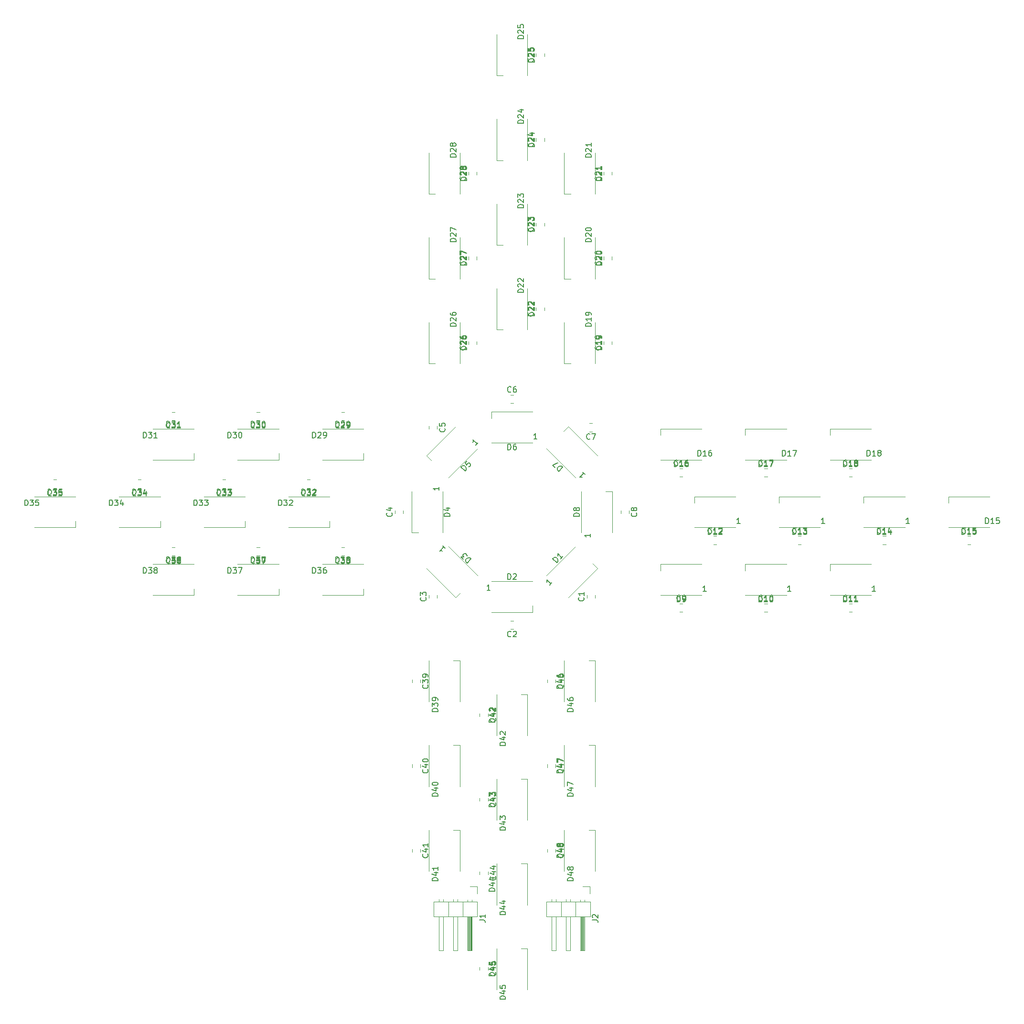
<source format=gbr>
%TF.GenerationSoftware,KiCad,Pcbnew,(6.0.5)*%
%TF.CreationDate,2022-08-18T17:20:14-06:00*%
%TF.ProjectId,Led Zia,4c656420-5a69-4612-9e6b-696361645f70,rev?*%
%TF.SameCoordinates,Original*%
%TF.FileFunction,Legend,Top*%
%TF.FilePolarity,Positive*%
%FSLAX46Y46*%
G04 Gerber Fmt 4.6, Leading zero omitted, Abs format (unit mm)*
G04 Created by KiCad (PCBNEW (6.0.5)) date 2022-08-18 17:20:14*
%MOMM*%
%LPD*%
G01*
G04 APERTURE LIST*
%ADD10C,0.150000*%
%ADD11C,0.120000*%
G04 APERTURE END LIST*
D10*
%TO.C,D46*%
X111952379Y-133214285D02*
X110952379Y-133214285D01*
X110952379Y-132976190D01*
X110999999Y-132833333D01*
X111095237Y-132738095D01*
X111190475Y-132690476D01*
X111380951Y-132642857D01*
X111523808Y-132642857D01*
X111714284Y-132690476D01*
X111809522Y-132738095D01*
X111904760Y-132833333D01*
X111952379Y-132976190D01*
X111952379Y-133214285D01*
X111285713Y-131785714D02*
X111952379Y-131785714D01*
X110904760Y-132023809D02*
X111619046Y-132261904D01*
X111619046Y-131642857D01*
X110952379Y-130833333D02*
X110952379Y-131023809D01*
X110999999Y-131119047D01*
X111047618Y-131166666D01*
X111190475Y-131261904D01*
X111380951Y-131309523D01*
X111761903Y-131309523D01*
X111857141Y-131261904D01*
X111904760Y-131214285D01*
X111952379Y-131119047D01*
X111952379Y-130928571D01*
X111904760Y-130833333D01*
X111857141Y-130785714D01*
X111761903Y-130738095D01*
X111523808Y-130738095D01*
X111428570Y-130785714D01*
X111380951Y-130833333D01*
X111333332Y-130928571D01*
X111333332Y-131119047D01*
X111380951Y-131214285D01*
X111428570Y-131261904D01*
X111523808Y-131309523D01*
X113852379Y-137364285D02*
X112852379Y-137364285D01*
X112852379Y-137126190D01*
X112899999Y-136983333D01*
X112995237Y-136888095D01*
X113090475Y-136840476D01*
X113280951Y-136792857D01*
X113423808Y-136792857D01*
X113614284Y-136840476D01*
X113709522Y-136888095D01*
X113804760Y-136983333D01*
X113852379Y-137126190D01*
X113852379Y-137364285D01*
X113185713Y-135935714D02*
X113852379Y-135935714D01*
X112804760Y-136173809D02*
X113519046Y-136411904D01*
X113519046Y-135792857D01*
X112852379Y-134983333D02*
X112852379Y-135173809D01*
X112899999Y-135269047D01*
X112947618Y-135316666D01*
X113090475Y-135411904D01*
X113280951Y-135459523D01*
X113661903Y-135459523D01*
X113757141Y-135411904D01*
X113804760Y-135364285D01*
X113852379Y-135269047D01*
X113852379Y-135078571D01*
X113804760Y-134983333D01*
X113757141Y-134935714D01*
X113661903Y-134888095D01*
X113423808Y-134888095D01*
X113328570Y-134935714D01*
X113280951Y-134983333D01*
X113233332Y-135078571D01*
X113233332Y-135269047D01*
X113280951Y-135364285D01*
X113328570Y-135411904D01*
X113423808Y-135459523D01*
%TO.C,D11*%
X161785713Y-117952380D02*
X161785713Y-116952380D01*
X162023808Y-116952380D01*
X162166665Y-117000000D01*
X162261903Y-117095238D01*
X162309522Y-117190476D01*
X162357141Y-117380952D01*
X162357141Y-117523809D01*
X162309522Y-117714285D01*
X162261903Y-117809523D01*
X162166665Y-117904761D01*
X162023808Y-117952380D01*
X161785713Y-117952380D01*
X163309522Y-117952380D02*
X162738094Y-117952380D01*
X163023808Y-117952380D02*
X163023808Y-116952380D01*
X162928570Y-117095238D01*
X162833332Y-117190476D01*
X162738094Y-117238095D01*
X164261903Y-117952380D02*
X163690475Y-117952380D01*
X163976189Y-117952380D02*
X163976189Y-116952380D01*
X163880951Y-117095238D01*
X163785713Y-117190476D01*
X163690475Y-117238095D01*
X167435713Y-116052380D02*
X166864284Y-116052380D01*
X167149999Y-116052380D02*
X167149999Y-115052380D01*
X167054760Y-115195238D01*
X166959522Y-115290476D01*
X166864284Y-115338095D01*
%TO.C,C30*%
X57357142Y-87037142D02*
X57309523Y-87084761D01*
X57166666Y-87132380D01*
X57071428Y-87132380D01*
X56928571Y-87084761D01*
X56833333Y-86989523D01*
X56785714Y-86894285D01*
X56738095Y-86703809D01*
X56738095Y-86560952D01*
X56785714Y-86370476D01*
X56833333Y-86275238D01*
X56928571Y-86180000D01*
X57071428Y-86132380D01*
X57166666Y-86132380D01*
X57309523Y-86180000D01*
X57357142Y-86227619D01*
X57690476Y-86132380D02*
X58309523Y-86132380D01*
X57976190Y-86513333D01*
X58119047Y-86513333D01*
X58214285Y-86560952D01*
X58261904Y-86608571D01*
X58309523Y-86703809D01*
X58309523Y-86941904D01*
X58261904Y-87037142D01*
X58214285Y-87084761D01*
X58119047Y-87132380D01*
X57833333Y-87132380D01*
X57738095Y-87084761D01*
X57690476Y-87037142D01*
X58928571Y-86132380D02*
X59023809Y-86132380D01*
X59119047Y-86180000D01*
X59166666Y-86227619D01*
X59214285Y-86322857D01*
X59261904Y-86513333D01*
X59261904Y-86751428D01*
X59214285Y-86941904D01*
X59166666Y-87037142D01*
X59119047Y-87084761D01*
X59023809Y-87132380D01*
X58928571Y-87132380D01*
X58833333Y-87084761D01*
X58785714Y-87037142D01*
X58738095Y-86941904D01*
X58690476Y-86751428D01*
X58690476Y-86513333D01*
X58738095Y-86322857D01*
X58785714Y-86227619D01*
X58833333Y-86180000D01*
X58928571Y-86132380D01*
%TO.C,D33*%
X50785713Y-98952380D02*
X50785713Y-97952380D01*
X51023808Y-97952380D01*
X51166665Y-98000000D01*
X51261903Y-98095238D01*
X51309522Y-98190476D01*
X51357141Y-98380952D01*
X51357141Y-98523809D01*
X51309522Y-98714285D01*
X51261903Y-98809523D01*
X51166665Y-98904761D01*
X51023808Y-98952380D01*
X50785713Y-98952380D01*
X51690475Y-97952380D02*
X52309522Y-97952380D01*
X51976189Y-98333333D01*
X52119046Y-98333333D01*
X52214284Y-98380952D01*
X52261903Y-98428571D01*
X52309522Y-98523809D01*
X52309522Y-98761904D01*
X52261903Y-98857142D01*
X52214284Y-98904761D01*
X52119046Y-98952380D01*
X51833332Y-98952380D01*
X51738094Y-98904761D01*
X51690475Y-98857142D01*
X52642856Y-97952380D02*
X53261903Y-97952380D01*
X52928570Y-98333333D01*
X53071427Y-98333333D01*
X53166665Y-98380952D01*
X53214284Y-98428571D01*
X53261903Y-98523809D01*
X53261903Y-98761904D01*
X53214284Y-98857142D01*
X53166665Y-98904761D01*
X53071427Y-98952380D01*
X52785713Y-98952380D01*
X52690475Y-98904761D01*
X52642856Y-98857142D01*
X46635713Y-100852380D02*
X46635713Y-99852380D01*
X46873808Y-99852380D01*
X47016665Y-99900000D01*
X47111903Y-99995238D01*
X47159522Y-100090476D01*
X47207141Y-100280952D01*
X47207141Y-100423809D01*
X47159522Y-100614285D01*
X47111903Y-100709523D01*
X47016665Y-100804761D01*
X46873808Y-100852380D01*
X46635713Y-100852380D01*
X47540475Y-99852380D02*
X48159522Y-99852380D01*
X47826189Y-100233333D01*
X47969046Y-100233333D01*
X48064284Y-100280952D01*
X48111903Y-100328571D01*
X48159522Y-100423809D01*
X48159522Y-100661904D01*
X48111903Y-100757142D01*
X48064284Y-100804761D01*
X47969046Y-100852380D01*
X47683332Y-100852380D01*
X47588094Y-100804761D01*
X47540475Y-100757142D01*
X48492856Y-99852380D02*
X49111903Y-99852380D01*
X48778570Y-100233333D01*
X48921427Y-100233333D01*
X49016665Y-100280952D01*
X49064284Y-100328571D01*
X49111903Y-100423809D01*
X49111903Y-100661904D01*
X49064284Y-100757142D01*
X49016665Y-100804761D01*
X48921427Y-100852380D01*
X48635713Y-100852380D01*
X48540475Y-100804761D01*
X48492856Y-100757142D01*
%TO.C,C16*%
X132357142Y-93677142D02*
X132309523Y-93724761D01*
X132166666Y-93772380D01*
X132071428Y-93772380D01*
X131928571Y-93724761D01*
X131833333Y-93629523D01*
X131785714Y-93534285D01*
X131738095Y-93343809D01*
X131738095Y-93200952D01*
X131785714Y-93010476D01*
X131833333Y-92915238D01*
X131928571Y-92820000D01*
X132071428Y-92772380D01*
X132166666Y-92772380D01*
X132309523Y-92820000D01*
X132357142Y-92867619D01*
X133309523Y-93772380D02*
X132738095Y-93772380D01*
X133023809Y-93772380D02*
X133023809Y-92772380D01*
X132928571Y-92915238D01*
X132833333Y-93010476D01*
X132738095Y-93058095D01*
X134166666Y-92772380D02*
X133976190Y-92772380D01*
X133880952Y-92820000D01*
X133833333Y-92867619D01*
X133738095Y-93010476D01*
X133690476Y-93200952D01*
X133690476Y-93581904D01*
X133738095Y-93677142D01*
X133785714Y-93724761D01*
X133880952Y-93772380D01*
X134071428Y-93772380D01*
X134166666Y-93724761D01*
X134214285Y-93677142D01*
X134261904Y-93581904D01*
X134261904Y-93343809D01*
X134214285Y-93248571D01*
X134166666Y-93200952D01*
X134071428Y-93153333D01*
X133880952Y-93153333D01*
X133785714Y-93200952D01*
X133738095Y-93248571D01*
X133690476Y-93343809D01*
%TO.C,D34*%
X35785713Y-98952380D02*
X35785713Y-97952380D01*
X36023808Y-97952380D01*
X36166665Y-98000000D01*
X36261903Y-98095238D01*
X36309522Y-98190476D01*
X36357141Y-98380952D01*
X36357141Y-98523809D01*
X36309522Y-98714285D01*
X36261903Y-98809523D01*
X36166665Y-98904761D01*
X36023808Y-98952380D01*
X35785713Y-98952380D01*
X36690475Y-97952380D02*
X37309522Y-97952380D01*
X36976189Y-98333333D01*
X37119046Y-98333333D01*
X37214284Y-98380952D01*
X37261903Y-98428571D01*
X37309522Y-98523809D01*
X37309522Y-98761904D01*
X37261903Y-98857142D01*
X37214284Y-98904761D01*
X37119046Y-98952380D01*
X36833332Y-98952380D01*
X36738094Y-98904761D01*
X36690475Y-98857142D01*
X38166665Y-98285714D02*
X38166665Y-98952380D01*
X37928570Y-97904761D02*
X37690475Y-98619047D01*
X38309522Y-98619047D01*
X31635713Y-100852380D02*
X31635713Y-99852380D01*
X31873808Y-99852380D01*
X32016665Y-99900000D01*
X32111903Y-99995238D01*
X32159522Y-100090476D01*
X32207141Y-100280952D01*
X32207141Y-100423809D01*
X32159522Y-100614285D01*
X32111903Y-100709523D01*
X32016665Y-100804761D01*
X31873808Y-100852380D01*
X31635713Y-100852380D01*
X32540475Y-99852380D02*
X33159522Y-99852380D01*
X32826189Y-100233333D01*
X32969046Y-100233333D01*
X33064284Y-100280952D01*
X33111903Y-100328571D01*
X33159522Y-100423809D01*
X33159522Y-100661904D01*
X33111903Y-100757142D01*
X33064284Y-100804761D01*
X32969046Y-100852380D01*
X32683332Y-100852380D01*
X32588094Y-100804761D01*
X32540475Y-100757142D01*
X34016665Y-100185714D02*
X34016665Y-100852380D01*
X33778570Y-99804761D02*
X33540475Y-100519047D01*
X34159522Y-100519047D01*
%TO.C,D45*%
X99952379Y-184214285D02*
X98952379Y-184214285D01*
X98952379Y-183976190D01*
X98999999Y-183833333D01*
X99095237Y-183738095D01*
X99190475Y-183690476D01*
X99380951Y-183642857D01*
X99523808Y-183642857D01*
X99714284Y-183690476D01*
X99809522Y-183738095D01*
X99904760Y-183833333D01*
X99952379Y-183976190D01*
X99952379Y-184214285D01*
X99285713Y-182785714D02*
X99952379Y-182785714D01*
X98904760Y-183023809D02*
X99619046Y-183261904D01*
X99619046Y-182642857D01*
X98952379Y-181785714D02*
X98952379Y-182261904D01*
X99428570Y-182309523D01*
X99380951Y-182261904D01*
X99333332Y-182166666D01*
X99333332Y-181928571D01*
X99380951Y-181833333D01*
X99428570Y-181785714D01*
X99523808Y-181738095D01*
X99761903Y-181738095D01*
X99857141Y-181785714D01*
X99904760Y-181833333D01*
X99952379Y-181928571D01*
X99952379Y-182166666D01*
X99904760Y-182261904D01*
X99857141Y-182309523D01*
X101852379Y-188364285D02*
X100852379Y-188364285D01*
X100852379Y-188126190D01*
X100899999Y-187983333D01*
X100995237Y-187888095D01*
X101090475Y-187840476D01*
X101280951Y-187792857D01*
X101423808Y-187792857D01*
X101614284Y-187840476D01*
X101709522Y-187888095D01*
X101804760Y-187983333D01*
X101852379Y-188126190D01*
X101852379Y-188364285D01*
X101185713Y-186935714D02*
X101852379Y-186935714D01*
X100804760Y-187173809D02*
X101519046Y-187411904D01*
X101519046Y-186792857D01*
X100852379Y-185935714D02*
X100852379Y-186411904D01*
X101328570Y-186459523D01*
X101280951Y-186411904D01*
X101233332Y-186316666D01*
X101233332Y-186078571D01*
X101280951Y-185983333D01*
X101328570Y-185935714D01*
X101423808Y-185888095D01*
X101661903Y-185888095D01*
X101757141Y-185935714D01*
X101804760Y-185983333D01*
X101852379Y-186078571D01*
X101852379Y-186316666D01*
X101804760Y-186411904D01*
X101757141Y-186459523D01*
%TO.C,C18*%
X162357142Y-93677142D02*
X162309523Y-93724761D01*
X162166666Y-93772380D01*
X162071428Y-93772380D01*
X161928571Y-93724761D01*
X161833333Y-93629523D01*
X161785714Y-93534285D01*
X161738095Y-93343809D01*
X161738095Y-93200952D01*
X161785714Y-93010476D01*
X161833333Y-92915238D01*
X161928571Y-92820000D01*
X162071428Y-92772380D01*
X162166666Y-92772380D01*
X162309523Y-92820000D01*
X162357142Y-92867619D01*
X163309523Y-93772380D02*
X162738095Y-93772380D01*
X163023809Y-93772380D02*
X163023809Y-92772380D01*
X162928571Y-92915238D01*
X162833333Y-93010476D01*
X162738095Y-93058095D01*
X163880952Y-93200952D02*
X163785714Y-93153333D01*
X163738095Y-93105714D01*
X163690476Y-93010476D01*
X163690476Y-92962857D01*
X163738095Y-92867619D01*
X163785714Y-92820000D01*
X163880952Y-92772380D01*
X164071428Y-92772380D01*
X164166666Y-92820000D01*
X164214285Y-92867619D01*
X164261904Y-92962857D01*
X164261904Y-93010476D01*
X164214285Y-93105714D01*
X164166666Y-93153333D01*
X164071428Y-93200952D01*
X163880952Y-93200952D01*
X163785714Y-93248571D01*
X163738095Y-93296190D01*
X163690476Y-93391428D01*
X163690476Y-93581904D01*
X163738095Y-93677142D01*
X163785714Y-93724761D01*
X163880952Y-93772380D01*
X164071428Y-93772380D01*
X164166666Y-93724761D01*
X164214285Y-93677142D01*
X164261904Y-93581904D01*
X164261904Y-93391428D01*
X164214285Y-93296190D01*
X164166666Y-93248571D01*
X164071428Y-93200952D01*
%TO.C,J2*%
X117247380Y-174343333D02*
X117961666Y-174343333D01*
X118104523Y-174390952D01*
X118199761Y-174486190D01*
X118247380Y-174629047D01*
X118247380Y-174724285D01*
X117342619Y-173914761D02*
X117295000Y-173867142D01*
X117247380Y-173771904D01*
X117247380Y-173533809D01*
X117295000Y-173438571D01*
X117342619Y-173390952D01*
X117437857Y-173343333D01*
X117533095Y-173343333D01*
X117675952Y-173390952D01*
X118247380Y-173962380D01*
X118247380Y-173343333D01*
%TO.C,D8*%
X114952379Y-102738095D02*
X113952379Y-102738095D01*
X113952379Y-102500000D01*
X113999999Y-102357142D01*
X114095237Y-102261904D01*
X114190475Y-102214285D01*
X114380951Y-102166666D01*
X114523808Y-102166666D01*
X114714284Y-102214285D01*
X114809522Y-102261904D01*
X114904760Y-102357142D01*
X114952379Y-102500000D01*
X114952379Y-102738095D01*
X114380951Y-101595238D02*
X114333332Y-101690476D01*
X114285713Y-101738095D01*
X114190475Y-101785714D01*
X114142856Y-101785714D01*
X114047618Y-101738095D01*
X113999999Y-101690476D01*
X113952379Y-101595238D01*
X113952379Y-101404761D01*
X113999999Y-101309523D01*
X114047618Y-101261904D01*
X114142856Y-101214285D01*
X114190475Y-101214285D01*
X114285713Y-101261904D01*
X114333332Y-101309523D01*
X114380951Y-101404761D01*
X114380951Y-101595238D01*
X114428570Y-101690476D01*
X114476189Y-101738095D01*
X114571427Y-101785714D01*
X114761903Y-101785714D01*
X114857141Y-101738095D01*
X114904760Y-101690476D01*
X114952379Y-101595238D01*
X114952379Y-101404761D01*
X114904760Y-101309523D01*
X114857141Y-101261904D01*
X114761903Y-101214285D01*
X114571427Y-101214285D01*
X114476189Y-101261904D01*
X114428570Y-101309523D01*
X114380951Y-101404761D01*
X116852379Y-105864285D02*
X116852379Y-106435714D01*
X116852379Y-106150000D02*
X115852379Y-106150000D01*
X115995237Y-106245238D01*
X116090475Y-106340476D01*
X116138094Y-106435714D01*
%TO.C,C35*%
X21307142Y-99037142D02*
X21259523Y-99084761D01*
X21116666Y-99132380D01*
X21021428Y-99132380D01*
X20878571Y-99084761D01*
X20783333Y-98989523D01*
X20735714Y-98894285D01*
X20688095Y-98703809D01*
X20688095Y-98560952D01*
X20735714Y-98370476D01*
X20783333Y-98275238D01*
X20878571Y-98180000D01*
X21021428Y-98132380D01*
X21116666Y-98132380D01*
X21259523Y-98180000D01*
X21307142Y-98227619D01*
X21640476Y-98132380D02*
X22259523Y-98132380D01*
X21926190Y-98513333D01*
X22069047Y-98513333D01*
X22164285Y-98560952D01*
X22211904Y-98608571D01*
X22259523Y-98703809D01*
X22259523Y-98941904D01*
X22211904Y-99037142D01*
X22164285Y-99084761D01*
X22069047Y-99132380D01*
X21783333Y-99132380D01*
X21688095Y-99084761D01*
X21640476Y-99037142D01*
X23164285Y-98132380D02*
X22688095Y-98132380D01*
X22640476Y-98608571D01*
X22688095Y-98560952D01*
X22783333Y-98513333D01*
X23021428Y-98513333D01*
X23116666Y-98560952D01*
X23164285Y-98608571D01*
X23211904Y-98703809D01*
X23211904Y-98941904D01*
X23164285Y-99037142D01*
X23116666Y-99084761D01*
X23021428Y-99132380D01*
X22783333Y-99132380D01*
X22688095Y-99084761D01*
X22640476Y-99037142D01*
%TO.C,C34*%
X36307142Y-99037142D02*
X36259523Y-99084761D01*
X36116666Y-99132380D01*
X36021428Y-99132380D01*
X35878571Y-99084761D01*
X35783333Y-98989523D01*
X35735714Y-98894285D01*
X35688095Y-98703809D01*
X35688095Y-98560952D01*
X35735714Y-98370476D01*
X35783333Y-98275238D01*
X35878571Y-98180000D01*
X36021428Y-98132380D01*
X36116666Y-98132380D01*
X36259523Y-98180000D01*
X36307142Y-98227619D01*
X36640476Y-98132380D02*
X37259523Y-98132380D01*
X36926190Y-98513333D01*
X37069047Y-98513333D01*
X37164285Y-98560952D01*
X37211904Y-98608571D01*
X37259523Y-98703809D01*
X37259523Y-98941904D01*
X37211904Y-99037142D01*
X37164285Y-99084761D01*
X37069047Y-99132380D01*
X36783333Y-99132380D01*
X36688095Y-99084761D01*
X36640476Y-99037142D01*
X38116666Y-98465714D02*
X38116666Y-99132380D01*
X37878571Y-98084761D02*
X37640476Y-98799047D01*
X38259523Y-98799047D01*
%TO.C,C7*%
X116833333Y-89037142D02*
X116785714Y-89084761D01*
X116642857Y-89132380D01*
X116547619Y-89132380D01*
X116404761Y-89084761D01*
X116309523Y-88989523D01*
X116261904Y-88894285D01*
X116214285Y-88703809D01*
X116214285Y-88560952D01*
X116261904Y-88370476D01*
X116309523Y-88275238D01*
X116404761Y-88180000D01*
X116547619Y-88132380D01*
X116642857Y-88132380D01*
X116785714Y-88180000D01*
X116833333Y-88227619D01*
X117166666Y-88132380D02*
X117833333Y-88132380D01*
X117404761Y-89132380D01*
%TO.C,D27*%
X94952379Y-58214285D02*
X93952379Y-58214285D01*
X93952379Y-57976190D01*
X93999999Y-57833333D01*
X94095237Y-57738095D01*
X94190475Y-57690476D01*
X94380951Y-57642857D01*
X94523808Y-57642857D01*
X94714284Y-57690476D01*
X94809522Y-57738095D01*
X94904760Y-57833333D01*
X94952379Y-57976190D01*
X94952379Y-58214285D01*
X94047618Y-57261904D02*
X93999999Y-57214285D01*
X93952379Y-57119047D01*
X93952379Y-56880952D01*
X93999999Y-56785714D01*
X94047618Y-56738095D01*
X94142856Y-56690476D01*
X94238094Y-56690476D01*
X94380951Y-56738095D01*
X94952379Y-57309523D01*
X94952379Y-56690476D01*
X93952379Y-56357142D02*
X93952379Y-55690476D01*
X94952379Y-56119047D01*
X93052379Y-54064285D02*
X92052379Y-54064285D01*
X92052379Y-53826190D01*
X92099999Y-53683333D01*
X92195237Y-53588095D01*
X92290475Y-53540476D01*
X92480951Y-53492857D01*
X92623808Y-53492857D01*
X92814284Y-53540476D01*
X92909522Y-53588095D01*
X93004760Y-53683333D01*
X93052379Y-53826190D01*
X93052379Y-54064285D01*
X92147618Y-53111904D02*
X92099999Y-53064285D01*
X92052379Y-52969047D01*
X92052379Y-52730952D01*
X92099999Y-52635714D01*
X92147618Y-52588095D01*
X92242856Y-52540476D01*
X92338094Y-52540476D01*
X92480951Y-52588095D01*
X93052379Y-53159523D01*
X93052379Y-52540476D01*
X92052379Y-52207142D02*
X92052379Y-51540476D01*
X93052379Y-51969047D01*
%TO.C,C20*%
X118677142Y-57642857D02*
X118724761Y-57690476D01*
X118772380Y-57833333D01*
X118772380Y-57928571D01*
X118724761Y-58071428D01*
X118629523Y-58166666D01*
X118534285Y-58214285D01*
X118343809Y-58261904D01*
X118200952Y-58261904D01*
X118010476Y-58214285D01*
X117915238Y-58166666D01*
X117820000Y-58071428D01*
X117772380Y-57928571D01*
X117772380Y-57833333D01*
X117820000Y-57690476D01*
X117867619Y-57642857D01*
X117867619Y-57261904D02*
X117820000Y-57214285D01*
X117772380Y-57119047D01*
X117772380Y-56880952D01*
X117820000Y-56785714D01*
X117867619Y-56738095D01*
X117962857Y-56690476D01*
X118058095Y-56690476D01*
X118200952Y-56738095D01*
X118772380Y-57309523D01*
X118772380Y-56690476D01*
X117772380Y-56071428D02*
X117772380Y-55976190D01*
X117820000Y-55880952D01*
X117867619Y-55833333D01*
X117962857Y-55785714D01*
X118153333Y-55738095D01*
X118391428Y-55738095D01*
X118581904Y-55785714D01*
X118677142Y-55833333D01*
X118724761Y-55880952D01*
X118772380Y-55976190D01*
X118772380Y-56071428D01*
X118724761Y-56166666D01*
X118677142Y-56214285D01*
X118581904Y-56261904D01*
X118391428Y-56309523D01*
X118153333Y-56309523D01*
X117962857Y-56261904D01*
X117867619Y-56214285D01*
X117820000Y-56166666D01*
X117772380Y-56071428D01*
%TO.C,D19*%
X118952379Y-73214285D02*
X117952379Y-73214285D01*
X117952379Y-72976190D01*
X117999999Y-72833333D01*
X118095237Y-72738095D01*
X118190475Y-72690476D01*
X118380951Y-72642857D01*
X118523808Y-72642857D01*
X118714284Y-72690476D01*
X118809522Y-72738095D01*
X118904760Y-72833333D01*
X118952379Y-72976190D01*
X118952379Y-73214285D01*
X118952379Y-71690476D02*
X118952379Y-72261904D01*
X118952379Y-71976190D02*
X117952379Y-71976190D01*
X118095237Y-72071428D01*
X118190475Y-72166666D01*
X118238094Y-72261904D01*
X118952379Y-71214285D02*
X118952379Y-71023809D01*
X118904760Y-70928571D01*
X118857141Y-70880952D01*
X118714284Y-70785714D01*
X118523808Y-70738095D01*
X118142856Y-70738095D01*
X118047618Y-70785714D01*
X117999999Y-70833333D01*
X117952379Y-70928571D01*
X117952379Y-71119047D01*
X117999999Y-71214285D01*
X118047618Y-71261904D01*
X118142856Y-71309523D01*
X118380951Y-71309523D01*
X118476189Y-71261904D01*
X118523808Y-71214285D01*
X118571427Y-71119047D01*
X118571427Y-70928571D01*
X118523808Y-70833333D01*
X118476189Y-70785714D01*
X118380951Y-70738095D01*
X117052379Y-69064285D02*
X116052379Y-69064285D01*
X116052379Y-68826190D01*
X116099999Y-68683333D01*
X116195237Y-68588095D01*
X116290475Y-68540476D01*
X116480951Y-68492857D01*
X116623808Y-68492857D01*
X116814284Y-68540476D01*
X116909522Y-68588095D01*
X117004760Y-68683333D01*
X117052379Y-68826190D01*
X117052379Y-69064285D01*
X117052379Y-67540476D02*
X117052379Y-68111904D01*
X117052379Y-67826190D02*
X116052379Y-67826190D01*
X116195237Y-67921428D01*
X116290475Y-68016666D01*
X116338094Y-68111904D01*
X117052379Y-67064285D02*
X117052379Y-66873809D01*
X117004760Y-66778571D01*
X116957141Y-66730952D01*
X116814284Y-66635714D01*
X116623808Y-66588095D01*
X116242856Y-66588095D01*
X116147618Y-66635714D01*
X116099999Y-66683333D01*
X116052379Y-66778571D01*
X116052379Y-66969047D01*
X116099999Y-67064285D01*
X116147618Y-67111904D01*
X116242856Y-67159523D01*
X116480951Y-67159523D01*
X116576189Y-67111904D01*
X116623808Y-67064285D01*
X116671427Y-66969047D01*
X116671427Y-66778571D01*
X116623808Y-66683333D01*
X116576189Y-66635714D01*
X116480951Y-66588095D01*
%TO.C,C41*%
X88037142Y-162642857D02*
X88084761Y-162690476D01*
X88132380Y-162833333D01*
X88132380Y-162928571D01*
X88084761Y-163071428D01*
X87989523Y-163166666D01*
X87894285Y-163214285D01*
X87703809Y-163261904D01*
X87560952Y-163261904D01*
X87370476Y-163214285D01*
X87275238Y-163166666D01*
X87180000Y-163071428D01*
X87132380Y-162928571D01*
X87132380Y-162833333D01*
X87180000Y-162690476D01*
X87227619Y-162642857D01*
X87465714Y-161785714D02*
X88132380Y-161785714D01*
X87084761Y-162023809D02*
X87799047Y-162261904D01*
X87799047Y-161642857D01*
X88132380Y-160738095D02*
X88132380Y-161309523D01*
X88132380Y-161023809D02*
X87132380Y-161023809D01*
X87275238Y-161119047D01*
X87370476Y-161214285D01*
X87418095Y-161309523D01*
%TO.C,C1*%
X115677142Y-117166666D02*
X115724761Y-117214285D01*
X115772380Y-117357142D01*
X115772380Y-117452380D01*
X115724761Y-117595238D01*
X115629523Y-117690476D01*
X115534285Y-117738095D01*
X115343809Y-117785714D01*
X115200952Y-117785714D01*
X115010476Y-117738095D01*
X114915238Y-117690476D01*
X114820000Y-117595238D01*
X114772380Y-117452380D01*
X114772380Y-117357142D01*
X114820000Y-117214285D01*
X114867619Y-117166666D01*
X115772380Y-116214285D02*
X115772380Y-116785714D01*
X115772380Y-116500000D02*
X114772380Y-116500000D01*
X114915238Y-116595238D01*
X115010476Y-116690476D01*
X115058095Y-116785714D01*
%TO.C,C31*%
X42357142Y-87037142D02*
X42309523Y-87084761D01*
X42166666Y-87132380D01*
X42071428Y-87132380D01*
X41928571Y-87084761D01*
X41833333Y-86989523D01*
X41785714Y-86894285D01*
X41738095Y-86703809D01*
X41738095Y-86560952D01*
X41785714Y-86370476D01*
X41833333Y-86275238D01*
X41928571Y-86180000D01*
X42071428Y-86132380D01*
X42166666Y-86132380D01*
X42309523Y-86180000D01*
X42357142Y-86227619D01*
X42690476Y-86132380D02*
X43309523Y-86132380D01*
X42976190Y-86513333D01*
X43119047Y-86513333D01*
X43214285Y-86560952D01*
X43261904Y-86608571D01*
X43309523Y-86703809D01*
X43309523Y-86941904D01*
X43261904Y-87037142D01*
X43214285Y-87084761D01*
X43119047Y-87132380D01*
X42833333Y-87132380D01*
X42738095Y-87084761D01*
X42690476Y-87037142D01*
X44261904Y-87132380D02*
X43690476Y-87132380D01*
X43976190Y-87132380D02*
X43976190Y-86132380D01*
X43880952Y-86275238D01*
X43785714Y-86370476D01*
X43690476Y-86418095D01*
%TO.C,C33*%
X51307142Y-99037142D02*
X51259523Y-99084761D01*
X51116666Y-99132380D01*
X51021428Y-99132380D01*
X50878571Y-99084761D01*
X50783333Y-98989523D01*
X50735714Y-98894285D01*
X50688095Y-98703809D01*
X50688095Y-98560952D01*
X50735714Y-98370476D01*
X50783333Y-98275238D01*
X50878571Y-98180000D01*
X51021428Y-98132380D01*
X51116666Y-98132380D01*
X51259523Y-98180000D01*
X51307142Y-98227619D01*
X51640476Y-98132380D02*
X52259523Y-98132380D01*
X51926190Y-98513333D01*
X52069047Y-98513333D01*
X52164285Y-98560952D01*
X52211904Y-98608571D01*
X52259523Y-98703809D01*
X52259523Y-98941904D01*
X52211904Y-99037142D01*
X52164285Y-99084761D01*
X52069047Y-99132380D01*
X51783333Y-99132380D01*
X51688095Y-99084761D01*
X51640476Y-99037142D01*
X52592857Y-98132380D02*
X53211904Y-98132380D01*
X52878571Y-98513333D01*
X53021428Y-98513333D01*
X53116666Y-98560952D01*
X53164285Y-98608571D01*
X53211904Y-98703809D01*
X53211904Y-98941904D01*
X53164285Y-99037142D01*
X53116666Y-99084761D01*
X53021428Y-99132380D01*
X52735714Y-99132380D01*
X52640476Y-99084761D01*
X52592857Y-99037142D01*
%TO.C,C5*%
X91037142Y-87166666D02*
X91084761Y-87214285D01*
X91132380Y-87357142D01*
X91132380Y-87452380D01*
X91084761Y-87595238D01*
X90989523Y-87690476D01*
X90894285Y-87738095D01*
X90703809Y-87785714D01*
X90560952Y-87785714D01*
X90370476Y-87738095D01*
X90275238Y-87690476D01*
X90180000Y-87595238D01*
X90132380Y-87452380D01*
X90132380Y-87357142D01*
X90180000Y-87214285D01*
X90227619Y-87166666D01*
X90132380Y-86261904D02*
X90132380Y-86738095D01*
X90608571Y-86785714D01*
X90560952Y-86738095D01*
X90513333Y-86642857D01*
X90513333Y-86404761D01*
X90560952Y-86309523D01*
X90608571Y-86261904D01*
X90703809Y-86214285D01*
X90941904Y-86214285D01*
X91037142Y-86261904D01*
X91084761Y-86309523D01*
X91132380Y-86404761D01*
X91132380Y-86642857D01*
X91084761Y-86738095D01*
X91037142Y-86785714D01*
%TO.C,D7*%
X111973520Y-94070302D02*
X111266414Y-94777409D01*
X111098055Y-94609050D01*
X111030711Y-94474363D01*
X111030711Y-94339676D01*
X111064383Y-94238661D01*
X111165398Y-94070302D01*
X111266414Y-93969287D01*
X111434772Y-93868272D01*
X111535788Y-93834600D01*
X111670475Y-93834600D01*
X111805162Y-93901943D01*
X111973520Y-94070302D01*
X110626650Y-94137646D02*
X110155246Y-93666241D01*
X111165398Y-93262180D01*
X115527574Y-94937349D02*
X115931635Y-95341410D01*
X115729604Y-95139380D02*
X115022497Y-95846487D01*
X115190856Y-95812815D01*
X115325543Y-95812815D01*
X115426558Y-95846487D01*
%TO.C,D4*%
X91952379Y-102738095D02*
X90952379Y-102738095D01*
X90952379Y-102500000D01*
X90999999Y-102357142D01*
X91095237Y-102261904D01*
X91190475Y-102214285D01*
X91380951Y-102166666D01*
X91523808Y-102166666D01*
X91714284Y-102214285D01*
X91809522Y-102261904D01*
X91904760Y-102357142D01*
X91952379Y-102500000D01*
X91952379Y-102738095D01*
X91285713Y-101309523D02*
X91952379Y-101309523D01*
X90904760Y-101547619D02*
X91619046Y-101785714D01*
X91619046Y-101166666D01*
X90052379Y-97564285D02*
X90052379Y-98135714D01*
X90052379Y-97850000D02*
X89052379Y-97850000D01*
X89195237Y-97945238D01*
X89290475Y-98040476D01*
X89338094Y-98135714D01*
%TO.C,C10*%
X147357142Y-117677142D02*
X147309523Y-117724761D01*
X147166666Y-117772380D01*
X147071428Y-117772380D01*
X146928571Y-117724761D01*
X146833333Y-117629523D01*
X146785714Y-117534285D01*
X146738095Y-117343809D01*
X146738095Y-117200952D01*
X146785714Y-117010476D01*
X146833333Y-116915238D01*
X146928571Y-116820000D01*
X147071428Y-116772380D01*
X147166666Y-116772380D01*
X147309523Y-116820000D01*
X147357142Y-116867619D01*
X148309523Y-117772380D02*
X147738095Y-117772380D01*
X148023809Y-117772380D02*
X148023809Y-116772380D01*
X147928571Y-116915238D01*
X147833333Y-117010476D01*
X147738095Y-117058095D01*
X148928571Y-116772380D02*
X149023809Y-116772380D01*
X149119047Y-116820000D01*
X149166666Y-116867619D01*
X149214285Y-116962857D01*
X149261904Y-117153333D01*
X149261904Y-117391428D01*
X149214285Y-117581904D01*
X149166666Y-117677142D01*
X149119047Y-117724761D01*
X149023809Y-117772380D01*
X148928571Y-117772380D01*
X148833333Y-117724761D01*
X148785714Y-117677142D01*
X148738095Y-117581904D01*
X148690476Y-117391428D01*
X148690476Y-117153333D01*
X148738095Y-116962857D01*
X148785714Y-116867619D01*
X148833333Y-116820000D01*
X148928571Y-116772380D01*
%TO.C,C32*%
X66307142Y-99037142D02*
X66259523Y-99084761D01*
X66116666Y-99132380D01*
X66021428Y-99132380D01*
X65878571Y-99084761D01*
X65783333Y-98989523D01*
X65735714Y-98894285D01*
X65688095Y-98703809D01*
X65688095Y-98560952D01*
X65735714Y-98370476D01*
X65783333Y-98275238D01*
X65878571Y-98180000D01*
X66021428Y-98132380D01*
X66116666Y-98132380D01*
X66259523Y-98180000D01*
X66307142Y-98227619D01*
X66640476Y-98132380D02*
X67259523Y-98132380D01*
X66926190Y-98513333D01*
X67069047Y-98513333D01*
X67164285Y-98560952D01*
X67211904Y-98608571D01*
X67259523Y-98703809D01*
X67259523Y-98941904D01*
X67211904Y-99037142D01*
X67164285Y-99084761D01*
X67069047Y-99132380D01*
X66783333Y-99132380D01*
X66688095Y-99084761D01*
X66640476Y-99037142D01*
X67640476Y-98227619D02*
X67688095Y-98180000D01*
X67783333Y-98132380D01*
X68021428Y-98132380D01*
X68116666Y-98180000D01*
X68164285Y-98227619D01*
X68211904Y-98322857D01*
X68211904Y-98418095D01*
X68164285Y-98560952D01*
X67592857Y-99132380D01*
X68211904Y-99132380D01*
%TO.C,D3*%
X95710064Y-110333758D02*
X95002958Y-111040865D01*
X94834599Y-110872506D01*
X94767255Y-110737819D01*
X94767255Y-110603132D01*
X94800927Y-110502117D01*
X94901942Y-110333758D01*
X95002958Y-110232743D01*
X95171316Y-110131728D01*
X95272332Y-110098056D01*
X95407019Y-110098056D01*
X95541706Y-110165399D01*
X95710064Y-110333758D01*
X94363194Y-110401102D02*
X93925461Y-109963369D01*
X94430538Y-109929697D01*
X94329522Y-109828682D01*
X94295851Y-109727666D01*
X94295851Y-109660323D01*
X94329522Y-109559308D01*
X94497881Y-109390949D01*
X94598896Y-109357277D01*
X94666240Y-109357277D01*
X94767255Y-109390949D01*
X94969286Y-109592979D01*
X95002958Y-109693995D01*
X95002958Y-109761338D01*
X90708126Y-108018825D02*
X91112187Y-108422886D01*
X90910156Y-108220856D02*
X90203049Y-108927963D01*
X90371408Y-108894291D01*
X90506095Y-108894291D01*
X90607110Y-108927963D01*
%TO.C,C42*%
X100037142Y-138592857D02*
X100084761Y-138640476D01*
X100132380Y-138783333D01*
X100132380Y-138878571D01*
X100084761Y-139021428D01*
X99989523Y-139116666D01*
X99894285Y-139164285D01*
X99703809Y-139211904D01*
X99560952Y-139211904D01*
X99370476Y-139164285D01*
X99275238Y-139116666D01*
X99180000Y-139021428D01*
X99132380Y-138878571D01*
X99132380Y-138783333D01*
X99180000Y-138640476D01*
X99227619Y-138592857D01*
X99465714Y-137735714D02*
X100132380Y-137735714D01*
X99084761Y-137973809D02*
X99799047Y-138211904D01*
X99799047Y-137592857D01*
X99227619Y-137259523D02*
X99180000Y-137211904D01*
X99132380Y-137116666D01*
X99132380Y-136878571D01*
X99180000Y-136783333D01*
X99227619Y-136735714D01*
X99322857Y-136688095D01*
X99418095Y-136688095D01*
X99560952Y-136735714D01*
X100132380Y-137307142D01*
X100132380Y-136688095D01*
%TO.C,C3*%
X87677142Y-117166666D02*
X87724761Y-117214285D01*
X87772380Y-117357142D01*
X87772380Y-117452380D01*
X87724761Y-117595238D01*
X87629523Y-117690476D01*
X87534285Y-117738095D01*
X87343809Y-117785714D01*
X87200952Y-117785714D01*
X87010476Y-117738095D01*
X86915238Y-117690476D01*
X86820000Y-117595238D01*
X86772380Y-117452380D01*
X86772380Y-117357142D01*
X86820000Y-117214285D01*
X86867619Y-117166666D01*
X86772380Y-116833333D02*
X86772380Y-116214285D01*
X87153333Y-116547619D01*
X87153333Y-116404761D01*
X87200952Y-116309523D01*
X87248571Y-116261904D01*
X87343809Y-116214285D01*
X87581904Y-116214285D01*
X87677142Y-116261904D01*
X87724761Y-116309523D01*
X87772380Y-116404761D01*
X87772380Y-116690476D01*
X87724761Y-116785714D01*
X87677142Y-116833333D01*
%TO.C,C21*%
X118677142Y-42642857D02*
X118724761Y-42690476D01*
X118772380Y-42833333D01*
X118772380Y-42928571D01*
X118724761Y-43071428D01*
X118629523Y-43166666D01*
X118534285Y-43214285D01*
X118343809Y-43261904D01*
X118200952Y-43261904D01*
X118010476Y-43214285D01*
X117915238Y-43166666D01*
X117820000Y-43071428D01*
X117772380Y-42928571D01*
X117772380Y-42833333D01*
X117820000Y-42690476D01*
X117867619Y-42642857D01*
X117867619Y-42261904D02*
X117820000Y-42214285D01*
X117772380Y-42119047D01*
X117772380Y-41880952D01*
X117820000Y-41785714D01*
X117867619Y-41738095D01*
X117962857Y-41690476D01*
X118058095Y-41690476D01*
X118200952Y-41738095D01*
X118772380Y-42309523D01*
X118772380Y-41690476D01*
X118772380Y-40738095D02*
X118772380Y-41309523D01*
X118772380Y-41023809D02*
X117772380Y-41023809D01*
X117915238Y-41119047D01*
X118010476Y-41214285D01*
X118058095Y-41309523D01*
%TO.C,D35*%
X20785713Y-98952380D02*
X20785713Y-97952380D01*
X21023808Y-97952380D01*
X21166665Y-98000000D01*
X21261903Y-98095238D01*
X21309522Y-98190476D01*
X21357141Y-98380952D01*
X21357141Y-98523809D01*
X21309522Y-98714285D01*
X21261903Y-98809523D01*
X21166665Y-98904761D01*
X21023808Y-98952380D01*
X20785713Y-98952380D01*
X21690475Y-97952380D02*
X22309522Y-97952380D01*
X21976189Y-98333333D01*
X22119046Y-98333333D01*
X22214284Y-98380952D01*
X22261903Y-98428571D01*
X22309522Y-98523809D01*
X22309522Y-98761904D01*
X22261903Y-98857142D01*
X22214284Y-98904761D01*
X22119046Y-98952380D01*
X21833332Y-98952380D01*
X21738094Y-98904761D01*
X21690475Y-98857142D01*
X23214284Y-97952380D02*
X22738094Y-97952380D01*
X22690475Y-98428571D01*
X22738094Y-98380952D01*
X22833332Y-98333333D01*
X23071427Y-98333333D01*
X23166665Y-98380952D01*
X23214284Y-98428571D01*
X23261903Y-98523809D01*
X23261903Y-98761904D01*
X23214284Y-98857142D01*
X23166665Y-98904761D01*
X23071427Y-98952380D01*
X22833332Y-98952380D01*
X22738094Y-98904761D01*
X22690475Y-98857142D01*
X16635713Y-100852380D02*
X16635713Y-99852380D01*
X16873808Y-99852380D01*
X17016665Y-99900000D01*
X17111903Y-99995238D01*
X17159522Y-100090476D01*
X17207141Y-100280952D01*
X17207141Y-100423809D01*
X17159522Y-100614285D01*
X17111903Y-100709523D01*
X17016665Y-100804761D01*
X16873808Y-100852380D01*
X16635713Y-100852380D01*
X17540475Y-99852380D02*
X18159522Y-99852380D01*
X17826189Y-100233333D01*
X17969046Y-100233333D01*
X18064284Y-100280952D01*
X18111903Y-100328571D01*
X18159522Y-100423809D01*
X18159522Y-100661904D01*
X18111903Y-100757142D01*
X18064284Y-100804761D01*
X17969046Y-100852380D01*
X17683332Y-100852380D01*
X17588094Y-100804761D01*
X17540475Y-100757142D01*
X19064284Y-99852380D02*
X18588094Y-99852380D01*
X18540475Y-100328571D01*
X18588094Y-100280952D01*
X18683332Y-100233333D01*
X18921427Y-100233333D01*
X19016665Y-100280952D01*
X19064284Y-100328571D01*
X19111903Y-100423809D01*
X19111903Y-100661904D01*
X19064284Y-100757142D01*
X19016665Y-100804761D01*
X18921427Y-100852380D01*
X18683332Y-100852380D01*
X18588094Y-100804761D01*
X18540475Y-100757142D01*
%TO.C,C48*%
X112037142Y-162642857D02*
X112084761Y-162690476D01*
X112132380Y-162833333D01*
X112132380Y-162928571D01*
X112084761Y-163071428D01*
X111989523Y-163166666D01*
X111894285Y-163214285D01*
X111703809Y-163261904D01*
X111560952Y-163261904D01*
X111370476Y-163214285D01*
X111275238Y-163166666D01*
X111180000Y-163071428D01*
X111132380Y-162928571D01*
X111132380Y-162833333D01*
X111180000Y-162690476D01*
X111227619Y-162642857D01*
X111465714Y-161785714D02*
X112132380Y-161785714D01*
X111084761Y-162023809D02*
X111799047Y-162261904D01*
X111799047Y-161642857D01*
X111560952Y-161119047D02*
X111513333Y-161214285D01*
X111465714Y-161261904D01*
X111370476Y-161309523D01*
X111322857Y-161309523D01*
X111227619Y-161261904D01*
X111180000Y-161214285D01*
X111132380Y-161119047D01*
X111132380Y-160928571D01*
X111180000Y-160833333D01*
X111227619Y-160785714D01*
X111322857Y-160738095D01*
X111370476Y-160738095D01*
X111465714Y-160785714D01*
X111513333Y-160833333D01*
X111560952Y-160928571D01*
X111560952Y-161119047D01*
X111608571Y-161214285D01*
X111656190Y-161261904D01*
X111751428Y-161309523D01*
X111941904Y-161309523D01*
X112037142Y-161261904D01*
X112084761Y-161214285D01*
X112132380Y-161119047D01*
X112132380Y-160928571D01*
X112084761Y-160833333D01*
X112037142Y-160785714D01*
X111941904Y-160738095D01*
X111751428Y-160738095D01*
X111656190Y-160785714D01*
X111608571Y-160833333D01*
X111560952Y-160928571D01*
%TO.C,C11*%
X162357142Y-117677142D02*
X162309523Y-117724761D01*
X162166666Y-117772380D01*
X162071428Y-117772380D01*
X161928571Y-117724761D01*
X161833333Y-117629523D01*
X161785714Y-117534285D01*
X161738095Y-117343809D01*
X161738095Y-117200952D01*
X161785714Y-117010476D01*
X161833333Y-116915238D01*
X161928571Y-116820000D01*
X162071428Y-116772380D01*
X162166666Y-116772380D01*
X162309523Y-116820000D01*
X162357142Y-116867619D01*
X163309523Y-117772380D02*
X162738095Y-117772380D01*
X163023809Y-117772380D02*
X163023809Y-116772380D01*
X162928571Y-116915238D01*
X162833333Y-117010476D01*
X162738095Y-117058095D01*
X164261904Y-117772380D02*
X163690476Y-117772380D01*
X163976190Y-117772380D02*
X163976190Y-116772380D01*
X163880952Y-116915238D01*
X163785714Y-117010476D01*
X163690476Y-117058095D01*
%TO.C,D38*%
X41785713Y-110952380D02*
X41785713Y-109952380D01*
X42023808Y-109952380D01*
X42166665Y-110000000D01*
X42261903Y-110095238D01*
X42309522Y-110190476D01*
X42357141Y-110380952D01*
X42357141Y-110523809D01*
X42309522Y-110714285D01*
X42261903Y-110809523D01*
X42166665Y-110904761D01*
X42023808Y-110952380D01*
X41785713Y-110952380D01*
X42690475Y-109952380D02*
X43309522Y-109952380D01*
X42976189Y-110333333D01*
X43119046Y-110333333D01*
X43214284Y-110380952D01*
X43261903Y-110428571D01*
X43309522Y-110523809D01*
X43309522Y-110761904D01*
X43261903Y-110857142D01*
X43214284Y-110904761D01*
X43119046Y-110952380D01*
X42833332Y-110952380D01*
X42738094Y-110904761D01*
X42690475Y-110857142D01*
X43880951Y-110380952D02*
X43785713Y-110333333D01*
X43738094Y-110285714D01*
X43690475Y-110190476D01*
X43690475Y-110142857D01*
X43738094Y-110047619D01*
X43785713Y-110000000D01*
X43880951Y-109952380D01*
X44071427Y-109952380D01*
X44166665Y-110000000D01*
X44214284Y-110047619D01*
X44261903Y-110142857D01*
X44261903Y-110190476D01*
X44214284Y-110285714D01*
X44166665Y-110333333D01*
X44071427Y-110380952D01*
X43880951Y-110380952D01*
X43785713Y-110428571D01*
X43738094Y-110476190D01*
X43690475Y-110571428D01*
X43690475Y-110761904D01*
X43738094Y-110857142D01*
X43785713Y-110904761D01*
X43880951Y-110952380D01*
X44071427Y-110952380D01*
X44166665Y-110904761D01*
X44214284Y-110857142D01*
X44261903Y-110761904D01*
X44261903Y-110571428D01*
X44214284Y-110476190D01*
X44166665Y-110428571D01*
X44071427Y-110380952D01*
X37635713Y-112852380D02*
X37635713Y-111852380D01*
X37873808Y-111852380D01*
X38016665Y-111900000D01*
X38111903Y-111995238D01*
X38159522Y-112090476D01*
X38207141Y-112280952D01*
X38207141Y-112423809D01*
X38159522Y-112614285D01*
X38111903Y-112709523D01*
X38016665Y-112804761D01*
X37873808Y-112852380D01*
X37635713Y-112852380D01*
X38540475Y-111852380D02*
X39159522Y-111852380D01*
X38826189Y-112233333D01*
X38969046Y-112233333D01*
X39064284Y-112280952D01*
X39111903Y-112328571D01*
X39159522Y-112423809D01*
X39159522Y-112661904D01*
X39111903Y-112757142D01*
X39064284Y-112804761D01*
X38969046Y-112852380D01*
X38683332Y-112852380D01*
X38588094Y-112804761D01*
X38540475Y-112757142D01*
X39730951Y-112280952D02*
X39635713Y-112233333D01*
X39588094Y-112185714D01*
X39540475Y-112090476D01*
X39540475Y-112042857D01*
X39588094Y-111947619D01*
X39635713Y-111900000D01*
X39730951Y-111852380D01*
X39921427Y-111852380D01*
X40016665Y-111900000D01*
X40064284Y-111947619D01*
X40111903Y-112042857D01*
X40111903Y-112090476D01*
X40064284Y-112185714D01*
X40016665Y-112233333D01*
X39921427Y-112280952D01*
X39730951Y-112280952D01*
X39635713Y-112328571D01*
X39588094Y-112376190D01*
X39540475Y-112471428D01*
X39540475Y-112661904D01*
X39588094Y-112757142D01*
X39635713Y-112804761D01*
X39730951Y-112852380D01*
X39921427Y-112852380D01*
X40016665Y-112804761D01*
X40064284Y-112757142D01*
X40111903Y-112661904D01*
X40111903Y-112471428D01*
X40064284Y-112376190D01*
X40016665Y-112328571D01*
X39921427Y-112280952D01*
%TO.C,C6*%
X102833333Y-80677142D02*
X102785714Y-80724761D01*
X102642857Y-80772380D01*
X102547619Y-80772380D01*
X102404761Y-80724761D01*
X102309523Y-80629523D01*
X102261904Y-80534285D01*
X102214285Y-80343809D01*
X102214285Y-80200952D01*
X102261904Y-80010476D01*
X102309523Y-79915238D01*
X102404761Y-79820000D01*
X102547619Y-79772380D01*
X102642857Y-79772380D01*
X102785714Y-79820000D01*
X102833333Y-79867619D01*
X103690476Y-79772380D02*
X103500000Y-79772380D01*
X103404761Y-79820000D01*
X103357142Y-79867619D01*
X103261904Y-80010476D01*
X103214285Y-80200952D01*
X103214285Y-80581904D01*
X103261904Y-80677142D01*
X103309523Y-80724761D01*
X103404761Y-80772380D01*
X103595238Y-80772380D01*
X103690476Y-80724761D01*
X103738095Y-80677142D01*
X103785714Y-80581904D01*
X103785714Y-80343809D01*
X103738095Y-80248571D01*
X103690476Y-80200952D01*
X103595238Y-80153333D01*
X103404761Y-80153333D01*
X103309523Y-80200952D01*
X103261904Y-80248571D01*
X103214285Y-80343809D01*
%TO.C,D30*%
X56785713Y-86952380D02*
X56785713Y-85952380D01*
X57023808Y-85952380D01*
X57166665Y-86000000D01*
X57261903Y-86095238D01*
X57309522Y-86190476D01*
X57357141Y-86380952D01*
X57357141Y-86523809D01*
X57309522Y-86714285D01*
X57261903Y-86809523D01*
X57166665Y-86904761D01*
X57023808Y-86952380D01*
X56785713Y-86952380D01*
X57690475Y-85952380D02*
X58309522Y-85952380D01*
X57976189Y-86333333D01*
X58119046Y-86333333D01*
X58214284Y-86380952D01*
X58261903Y-86428571D01*
X58309522Y-86523809D01*
X58309522Y-86761904D01*
X58261903Y-86857142D01*
X58214284Y-86904761D01*
X58119046Y-86952380D01*
X57833332Y-86952380D01*
X57738094Y-86904761D01*
X57690475Y-86857142D01*
X58928570Y-85952380D02*
X59023808Y-85952380D01*
X59119046Y-86000000D01*
X59166665Y-86047619D01*
X59214284Y-86142857D01*
X59261903Y-86333333D01*
X59261903Y-86571428D01*
X59214284Y-86761904D01*
X59166665Y-86857142D01*
X59119046Y-86904761D01*
X59023808Y-86952380D01*
X58928570Y-86952380D01*
X58833332Y-86904761D01*
X58785713Y-86857142D01*
X58738094Y-86761904D01*
X58690475Y-86571428D01*
X58690475Y-86333333D01*
X58738094Y-86142857D01*
X58785713Y-86047619D01*
X58833332Y-86000000D01*
X58928570Y-85952380D01*
X52635713Y-88852380D02*
X52635713Y-87852380D01*
X52873808Y-87852380D01*
X53016665Y-87900000D01*
X53111903Y-87995238D01*
X53159522Y-88090476D01*
X53207141Y-88280952D01*
X53207141Y-88423809D01*
X53159522Y-88614285D01*
X53111903Y-88709523D01*
X53016665Y-88804761D01*
X52873808Y-88852380D01*
X52635713Y-88852380D01*
X53540475Y-87852380D02*
X54159522Y-87852380D01*
X53826189Y-88233333D01*
X53969046Y-88233333D01*
X54064284Y-88280952D01*
X54111903Y-88328571D01*
X54159522Y-88423809D01*
X54159522Y-88661904D01*
X54111903Y-88757142D01*
X54064284Y-88804761D01*
X53969046Y-88852380D01*
X53683332Y-88852380D01*
X53588094Y-88804761D01*
X53540475Y-88757142D01*
X54778570Y-87852380D02*
X54873808Y-87852380D01*
X54969046Y-87900000D01*
X55016665Y-87947619D01*
X55064284Y-88042857D01*
X55111903Y-88233333D01*
X55111903Y-88471428D01*
X55064284Y-88661904D01*
X55016665Y-88757142D01*
X54969046Y-88804761D01*
X54873808Y-88852380D01*
X54778570Y-88852380D01*
X54683332Y-88804761D01*
X54635713Y-88757142D01*
X54588094Y-88661904D01*
X54540475Y-88471428D01*
X54540475Y-88233333D01*
X54588094Y-88042857D01*
X54635713Y-87947619D01*
X54683332Y-87900000D01*
X54778570Y-87852380D01*
%TO.C,D2*%
X102261903Y-113952380D02*
X102261903Y-112952380D01*
X102499999Y-112952380D01*
X102642856Y-113000000D01*
X102738094Y-113095238D01*
X102785713Y-113190476D01*
X102833332Y-113380952D01*
X102833332Y-113523809D01*
X102785713Y-113714285D01*
X102738094Y-113809523D01*
X102642856Y-113904761D01*
X102499999Y-113952380D01*
X102261903Y-113952380D01*
X103214284Y-113047619D02*
X103261903Y-113000000D01*
X103357141Y-112952380D01*
X103595237Y-112952380D01*
X103690475Y-113000000D01*
X103738094Y-113047619D01*
X103785713Y-113142857D01*
X103785713Y-113238095D01*
X103738094Y-113380952D01*
X103166665Y-113952380D01*
X103785713Y-113952380D01*
X99135713Y-115852380D02*
X98564284Y-115852380D01*
X98849999Y-115852380D02*
X98849999Y-114852380D01*
X98754760Y-114995238D01*
X98659522Y-115090476D01*
X98564284Y-115138095D01*
%TO.C,D26*%
X94952379Y-73214285D02*
X93952379Y-73214285D01*
X93952379Y-72976190D01*
X93999999Y-72833333D01*
X94095237Y-72738095D01*
X94190475Y-72690476D01*
X94380951Y-72642857D01*
X94523808Y-72642857D01*
X94714284Y-72690476D01*
X94809522Y-72738095D01*
X94904760Y-72833333D01*
X94952379Y-72976190D01*
X94952379Y-73214285D01*
X94047618Y-72261904D02*
X93999999Y-72214285D01*
X93952379Y-72119047D01*
X93952379Y-71880952D01*
X93999999Y-71785714D01*
X94047618Y-71738095D01*
X94142856Y-71690476D01*
X94238094Y-71690476D01*
X94380951Y-71738095D01*
X94952379Y-72309523D01*
X94952379Y-71690476D01*
X93952379Y-70833333D02*
X93952379Y-71023809D01*
X93999999Y-71119047D01*
X94047618Y-71166666D01*
X94190475Y-71261904D01*
X94380951Y-71309523D01*
X94761903Y-71309523D01*
X94857141Y-71261904D01*
X94904760Y-71214285D01*
X94952379Y-71119047D01*
X94952379Y-70928571D01*
X94904760Y-70833333D01*
X94857141Y-70785714D01*
X94761903Y-70738095D01*
X94523808Y-70738095D01*
X94428570Y-70785714D01*
X94380951Y-70833333D01*
X94333332Y-70928571D01*
X94333332Y-71119047D01*
X94380951Y-71214285D01*
X94428570Y-71261904D01*
X94523808Y-71309523D01*
X93052379Y-69064285D02*
X92052379Y-69064285D01*
X92052379Y-68826190D01*
X92099999Y-68683333D01*
X92195237Y-68588095D01*
X92290475Y-68540476D01*
X92480951Y-68492857D01*
X92623808Y-68492857D01*
X92814284Y-68540476D01*
X92909522Y-68588095D01*
X93004760Y-68683333D01*
X93052379Y-68826190D01*
X93052379Y-69064285D01*
X92147618Y-68111904D02*
X92099999Y-68064285D01*
X92052379Y-67969047D01*
X92052379Y-67730952D01*
X92099999Y-67635714D01*
X92147618Y-67588095D01*
X92242856Y-67540476D01*
X92338094Y-67540476D01*
X92480951Y-67588095D01*
X93052379Y-68159523D01*
X93052379Y-67540476D01*
X92052379Y-66683333D02*
X92052379Y-66873809D01*
X92099999Y-66969047D01*
X92147618Y-67016666D01*
X92290475Y-67111904D01*
X92480951Y-67159523D01*
X92861903Y-67159523D01*
X92957141Y-67111904D01*
X93004760Y-67064285D01*
X93052379Y-66969047D01*
X93052379Y-66778571D01*
X93004760Y-66683333D01*
X92957141Y-66635714D01*
X92861903Y-66588095D01*
X92623808Y-66588095D01*
X92528570Y-66635714D01*
X92480951Y-66683333D01*
X92433332Y-66778571D01*
X92433332Y-66969047D01*
X92480951Y-67064285D01*
X92528570Y-67111904D01*
X92623808Y-67159523D01*
%TO.C,D12*%
X137785713Y-105952380D02*
X137785713Y-104952380D01*
X138023808Y-104952380D01*
X138166665Y-105000000D01*
X138261903Y-105095238D01*
X138309522Y-105190476D01*
X138357141Y-105380952D01*
X138357141Y-105523809D01*
X138309522Y-105714285D01*
X138261903Y-105809523D01*
X138166665Y-105904761D01*
X138023808Y-105952380D01*
X137785713Y-105952380D01*
X139309522Y-105952380D02*
X138738094Y-105952380D01*
X139023808Y-105952380D02*
X139023808Y-104952380D01*
X138928570Y-105095238D01*
X138833332Y-105190476D01*
X138738094Y-105238095D01*
X139690475Y-105047619D02*
X139738094Y-105000000D01*
X139833332Y-104952380D01*
X140071427Y-104952380D01*
X140166665Y-105000000D01*
X140214284Y-105047619D01*
X140261903Y-105142857D01*
X140261903Y-105238095D01*
X140214284Y-105380952D01*
X139642856Y-105952380D01*
X140261903Y-105952380D01*
X143435713Y-104052380D02*
X142864284Y-104052380D01*
X143149999Y-104052380D02*
X143149999Y-103052380D01*
X143054760Y-103195238D01*
X142959522Y-103290476D01*
X142864284Y-103338095D01*
%TO.C,D15*%
X182785713Y-105952380D02*
X182785713Y-104952380D01*
X183023808Y-104952380D01*
X183166665Y-105000000D01*
X183261903Y-105095238D01*
X183309522Y-105190476D01*
X183357141Y-105380952D01*
X183357141Y-105523809D01*
X183309522Y-105714285D01*
X183261903Y-105809523D01*
X183166665Y-105904761D01*
X183023808Y-105952380D01*
X182785713Y-105952380D01*
X184309522Y-105952380D02*
X183738094Y-105952380D01*
X184023808Y-105952380D02*
X184023808Y-104952380D01*
X183928570Y-105095238D01*
X183833332Y-105190476D01*
X183738094Y-105238095D01*
X185214284Y-104952380D02*
X184738094Y-104952380D01*
X184690475Y-105428571D01*
X184738094Y-105380952D01*
X184833332Y-105333333D01*
X185071427Y-105333333D01*
X185166665Y-105380952D01*
X185214284Y-105428571D01*
X185261903Y-105523809D01*
X185261903Y-105761904D01*
X185214284Y-105857142D01*
X185166665Y-105904761D01*
X185071427Y-105952380D01*
X184833332Y-105952380D01*
X184738094Y-105904761D01*
X184690475Y-105857142D01*
X186935713Y-104052380D02*
X186935713Y-103052380D01*
X187173808Y-103052380D01*
X187316665Y-103100000D01*
X187411903Y-103195238D01*
X187459522Y-103290476D01*
X187507141Y-103480952D01*
X187507141Y-103623809D01*
X187459522Y-103814285D01*
X187411903Y-103909523D01*
X187316665Y-104004761D01*
X187173808Y-104052380D01*
X186935713Y-104052380D01*
X188459522Y-104052380D02*
X187888094Y-104052380D01*
X188173808Y-104052380D02*
X188173808Y-103052380D01*
X188078570Y-103195238D01*
X187983332Y-103290476D01*
X187888094Y-103338095D01*
X189364284Y-103052380D02*
X188888094Y-103052380D01*
X188840475Y-103528571D01*
X188888094Y-103480952D01*
X188983332Y-103433333D01*
X189221427Y-103433333D01*
X189316665Y-103480952D01*
X189364284Y-103528571D01*
X189411903Y-103623809D01*
X189411903Y-103861904D01*
X189364284Y-103957142D01*
X189316665Y-104004761D01*
X189221427Y-104052380D01*
X188983332Y-104052380D01*
X188888094Y-104004761D01*
X188840475Y-103957142D01*
%TO.C,D5*%
X94666240Y-94710065D02*
X93959133Y-94002959D01*
X94127492Y-93834600D01*
X94262179Y-93767256D01*
X94396866Y-93767256D01*
X94497881Y-93800928D01*
X94666240Y-93901943D01*
X94767255Y-94002959D01*
X94868271Y-94171317D01*
X94901942Y-94272333D01*
X94901942Y-94407020D01*
X94834599Y-94541707D01*
X94666240Y-94710065D01*
X95002958Y-92959134D02*
X94666240Y-93295852D01*
X94969286Y-93666241D01*
X94969286Y-93598897D01*
X95002958Y-93497882D01*
X95171316Y-93329523D01*
X95272332Y-93295852D01*
X95339675Y-93295852D01*
X95440690Y-93329523D01*
X95609049Y-93497882D01*
X95642721Y-93598897D01*
X95642721Y-93666241D01*
X95609049Y-93767256D01*
X95440690Y-93935615D01*
X95339675Y-93969287D01*
X95272332Y-93969287D01*
X96981173Y-89708127D02*
X96577112Y-90112188D01*
X96779142Y-89910157D02*
X96072035Y-89203050D01*
X96105707Y-89371409D01*
X96105707Y-89506096D01*
X96072035Y-89607111D01*
%TO.C,D23*%
X106952379Y-52214285D02*
X105952379Y-52214285D01*
X105952379Y-51976190D01*
X105999999Y-51833333D01*
X106095237Y-51738095D01*
X106190475Y-51690476D01*
X106380951Y-51642857D01*
X106523808Y-51642857D01*
X106714284Y-51690476D01*
X106809522Y-51738095D01*
X106904760Y-51833333D01*
X106952379Y-51976190D01*
X106952379Y-52214285D01*
X106047618Y-51261904D02*
X105999999Y-51214285D01*
X105952379Y-51119047D01*
X105952379Y-50880952D01*
X105999999Y-50785714D01*
X106047618Y-50738095D01*
X106142856Y-50690476D01*
X106238094Y-50690476D01*
X106380951Y-50738095D01*
X106952379Y-51309523D01*
X106952379Y-50690476D01*
X105952379Y-50357142D02*
X105952379Y-49738095D01*
X106333332Y-50071428D01*
X106333332Y-49928571D01*
X106380951Y-49833333D01*
X106428570Y-49785714D01*
X106523808Y-49738095D01*
X106761903Y-49738095D01*
X106857141Y-49785714D01*
X106904760Y-49833333D01*
X106952379Y-49928571D01*
X106952379Y-50214285D01*
X106904760Y-50309523D01*
X106857141Y-50357142D01*
X105052379Y-48064285D02*
X104052379Y-48064285D01*
X104052379Y-47826190D01*
X104099999Y-47683333D01*
X104195237Y-47588095D01*
X104290475Y-47540476D01*
X104480951Y-47492857D01*
X104623808Y-47492857D01*
X104814284Y-47540476D01*
X104909522Y-47588095D01*
X105004760Y-47683333D01*
X105052379Y-47826190D01*
X105052379Y-48064285D01*
X104147618Y-47111904D02*
X104099999Y-47064285D01*
X104052379Y-46969047D01*
X104052379Y-46730952D01*
X104099999Y-46635714D01*
X104147618Y-46588095D01*
X104242856Y-46540476D01*
X104338094Y-46540476D01*
X104480951Y-46588095D01*
X105052379Y-47159523D01*
X105052379Y-46540476D01*
X104052379Y-46207142D02*
X104052379Y-45588095D01*
X104433332Y-45921428D01*
X104433332Y-45778571D01*
X104480951Y-45683333D01*
X104528570Y-45635714D01*
X104623808Y-45588095D01*
X104861903Y-45588095D01*
X104957141Y-45635714D01*
X105004760Y-45683333D01*
X105052379Y-45778571D01*
X105052379Y-46064285D01*
X105004760Y-46159523D01*
X104957141Y-46207142D01*
%TO.C,C38*%
X42357142Y-111037142D02*
X42309523Y-111084761D01*
X42166666Y-111132380D01*
X42071428Y-111132380D01*
X41928571Y-111084761D01*
X41833333Y-110989523D01*
X41785714Y-110894285D01*
X41738095Y-110703809D01*
X41738095Y-110560952D01*
X41785714Y-110370476D01*
X41833333Y-110275238D01*
X41928571Y-110180000D01*
X42071428Y-110132380D01*
X42166666Y-110132380D01*
X42309523Y-110180000D01*
X42357142Y-110227619D01*
X42690476Y-110132380D02*
X43309523Y-110132380D01*
X42976190Y-110513333D01*
X43119047Y-110513333D01*
X43214285Y-110560952D01*
X43261904Y-110608571D01*
X43309523Y-110703809D01*
X43309523Y-110941904D01*
X43261904Y-111037142D01*
X43214285Y-111084761D01*
X43119047Y-111132380D01*
X42833333Y-111132380D01*
X42738095Y-111084761D01*
X42690476Y-111037142D01*
X43880952Y-110560952D02*
X43785714Y-110513333D01*
X43738095Y-110465714D01*
X43690476Y-110370476D01*
X43690476Y-110322857D01*
X43738095Y-110227619D01*
X43785714Y-110180000D01*
X43880952Y-110132380D01*
X44071428Y-110132380D01*
X44166666Y-110180000D01*
X44214285Y-110227619D01*
X44261904Y-110322857D01*
X44261904Y-110370476D01*
X44214285Y-110465714D01*
X44166666Y-110513333D01*
X44071428Y-110560952D01*
X43880952Y-110560952D01*
X43785714Y-110608571D01*
X43738095Y-110656190D01*
X43690476Y-110751428D01*
X43690476Y-110941904D01*
X43738095Y-111037142D01*
X43785714Y-111084761D01*
X43880952Y-111132380D01*
X44071428Y-111132380D01*
X44166666Y-111084761D01*
X44214285Y-111037142D01*
X44261904Y-110941904D01*
X44261904Y-110751428D01*
X44214285Y-110656190D01*
X44166666Y-110608571D01*
X44071428Y-110560952D01*
%TO.C,D10*%
X146785713Y-117952380D02*
X146785713Y-116952380D01*
X147023808Y-116952380D01*
X147166665Y-117000000D01*
X147261903Y-117095238D01*
X147309522Y-117190476D01*
X147357141Y-117380952D01*
X147357141Y-117523809D01*
X147309522Y-117714285D01*
X147261903Y-117809523D01*
X147166665Y-117904761D01*
X147023808Y-117952380D01*
X146785713Y-117952380D01*
X148309522Y-117952380D02*
X147738094Y-117952380D01*
X148023808Y-117952380D02*
X148023808Y-116952380D01*
X147928570Y-117095238D01*
X147833332Y-117190476D01*
X147738094Y-117238095D01*
X148928570Y-116952380D02*
X149023808Y-116952380D01*
X149119046Y-117000000D01*
X149166665Y-117047619D01*
X149214284Y-117142857D01*
X149261903Y-117333333D01*
X149261903Y-117571428D01*
X149214284Y-117761904D01*
X149166665Y-117857142D01*
X149119046Y-117904761D01*
X149023808Y-117952380D01*
X148928570Y-117952380D01*
X148833332Y-117904761D01*
X148785713Y-117857142D01*
X148738094Y-117761904D01*
X148690475Y-117571428D01*
X148690475Y-117333333D01*
X148738094Y-117142857D01*
X148785713Y-117047619D01*
X148833332Y-117000000D01*
X148928570Y-116952380D01*
X152435713Y-116052380D02*
X151864284Y-116052380D01*
X152149999Y-116052380D02*
X152149999Y-115052380D01*
X152054760Y-115195238D01*
X151959522Y-115290476D01*
X151864284Y-115338095D01*
%TO.C,D48*%
X111952379Y-163214285D02*
X110952379Y-163214285D01*
X110952379Y-162976190D01*
X110999999Y-162833333D01*
X111095237Y-162738095D01*
X111190475Y-162690476D01*
X111380951Y-162642857D01*
X111523808Y-162642857D01*
X111714284Y-162690476D01*
X111809522Y-162738095D01*
X111904760Y-162833333D01*
X111952379Y-162976190D01*
X111952379Y-163214285D01*
X111285713Y-161785714D02*
X111952379Y-161785714D01*
X110904760Y-162023809D02*
X111619046Y-162261904D01*
X111619046Y-161642857D01*
X111380951Y-161119047D02*
X111333332Y-161214285D01*
X111285713Y-161261904D01*
X111190475Y-161309523D01*
X111142856Y-161309523D01*
X111047618Y-161261904D01*
X110999999Y-161214285D01*
X110952379Y-161119047D01*
X110952379Y-160928571D01*
X110999999Y-160833333D01*
X111047618Y-160785714D01*
X111142856Y-160738095D01*
X111190475Y-160738095D01*
X111285713Y-160785714D01*
X111333332Y-160833333D01*
X111380951Y-160928571D01*
X111380951Y-161119047D01*
X111428570Y-161214285D01*
X111476189Y-161261904D01*
X111571427Y-161309523D01*
X111761903Y-161309523D01*
X111857141Y-161261904D01*
X111904760Y-161214285D01*
X111952379Y-161119047D01*
X111952379Y-160928571D01*
X111904760Y-160833333D01*
X111857141Y-160785714D01*
X111761903Y-160738095D01*
X111571427Y-160738095D01*
X111476189Y-160785714D01*
X111428570Y-160833333D01*
X111380951Y-160928571D01*
X113852379Y-167364285D02*
X112852379Y-167364285D01*
X112852379Y-167126190D01*
X112899999Y-166983333D01*
X112995237Y-166888095D01*
X113090475Y-166840476D01*
X113280951Y-166792857D01*
X113423808Y-166792857D01*
X113614284Y-166840476D01*
X113709522Y-166888095D01*
X113804760Y-166983333D01*
X113852379Y-167126190D01*
X113852379Y-167364285D01*
X113185713Y-165935714D02*
X113852379Y-165935714D01*
X112804760Y-166173809D02*
X113519046Y-166411904D01*
X113519046Y-165792857D01*
X113280951Y-165269047D02*
X113233332Y-165364285D01*
X113185713Y-165411904D01*
X113090475Y-165459523D01*
X113042856Y-165459523D01*
X112947618Y-165411904D01*
X112899999Y-165364285D01*
X112852379Y-165269047D01*
X112852379Y-165078571D01*
X112899999Y-164983333D01*
X112947618Y-164935714D01*
X113042856Y-164888095D01*
X113090475Y-164888095D01*
X113185713Y-164935714D01*
X113233332Y-164983333D01*
X113280951Y-165078571D01*
X113280951Y-165269047D01*
X113328570Y-165364285D01*
X113376189Y-165411904D01*
X113471427Y-165459523D01*
X113661903Y-165459523D01*
X113757141Y-165411904D01*
X113804760Y-165364285D01*
X113852379Y-165269047D01*
X113852379Y-165078571D01*
X113804760Y-164983333D01*
X113757141Y-164935714D01*
X113661903Y-164888095D01*
X113471427Y-164888095D01*
X113376189Y-164935714D01*
X113328570Y-164983333D01*
X113280951Y-165078571D01*
%TO.C,C37*%
X57357142Y-111037142D02*
X57309523Y-111084761D01*
X57166666Y-111132380D01*
X57071428Y-111132380D01*
X56928571Y-111084761D01*
X56833333Y-110989523D01*
X56785714Y-110894285D01*
X56738095Y-110703809D01*
X56738095Y-110560952D01*
X56785714Y-110370476D01*
X56833333Y-110275238D01*
X56928571Y-110180000D01*
X57071428Y-110132380D01*
X57166666Y-110132380D01*
X57309523Y-110180000D01*
X57357142Y-110227619D01*
X57690476Y-110132380D02*
X58309523Y-110132380D01*
X57976190Y-110513333D01*
X58119047Y-110513333D01*
X58214285Y-110560952D01*
X58261904Y-110608571D01*
X58309523Y-110703809D01*
X58309523Y-110941904D01*
X58261904Y-111037142D01*
X58214285Y-111084761D01*
X58119047Y-111132380D01*
X57833333Y-111132380D01*
X57738095Y-111084761D01*
X57690476Y-111037142D01*
X58642857Y-110132380D02*
X59309523Y-110132380D01*
X58880952Y-111132380D01*
%TO.C,D6*%
X102261903Y-90952380D02*
X102261903Y-89952380D01*
X102499999Y-89952380D01*
X102642856Y-90000000D01*
X102738094Y-90095238D01*
X102785713Y-90190476D01*
X102833332Y-90380952D01*
X102833332Y-90523809D01*
X102785713Y-90714285D01*
X102738094Y-90809523D01*
X102642856Y-90904761D01*
X102499999Y-90952380D01*
X102261903Y-90952380D01*
X103690475Y-89952380D02*
X103499999Y-89952380D01*
X103404760Y-90000000D01*
X103357141Y-90047619D01*
X103261903Y-90190476D01*
X103214284Y-90380952D01*
X103214284Y-90761904D01*
X103261903Y-90857142D01*
X103309522Y-90904761D01*
X103404760Y-90952380D01*
X103595237Y-90952380D01*
X103690475Y-90904761D01*
X103738094Y-90857142D01*
X103785713Y-90761904D01*
X103785713Y-90523809D01*
X103738094Y-90428571D01*
X103690475Y-90380952D01*
X103595237Y-90333333D01*
X103404760Y-90333333D01*
X103309522Y-90380952D01*
X103261903Y-90428571D01*
X103214284Y-90523809D01*
X107435713Y-89052380D02*
X106864284Y-89052380D01*
X107149999Y-89052380D02*
X107149999Y-88052380D01*
X107054760Y-88195238D01*
X106959522Y-88290476D01*
X106864284Y-88338095D01*
%TO.C,D43*%
X99952379Y-154214285D02*
X98952379Y-154214285D01*
X98952379Y-153976190D01*
X98999999Y-153833333D01*
X99095237Y-153738095D01*
X99190475Y-153690476D01*
X99380951Y-153642857D01*
X99523808Y-153642857D01*
X99714284Y-153690476D01*
X99809522Y-153738095D01*
X99904760Y-153833333D01*
X99952379Y-153976190D01*
X99952379Y-154214285D01*
X99285713Y-152785714D02*
X99952379Y-152785714D01*
X98904760Y-153023809D02*
X99619046Y-153261904D01*
X99619046Y-152642857D01*
X98952379Y-152357142D02*
X98952379Y-151738095D01*
X99333332Y-152071428D01*
X99333332Y-151928571D01*
X99380951Y-151833333D01*
X99428570Y-151785714D01*
X99523808Y-151738095D01*
X99761903Y-151738095D01*
X99857141Y-151785714D01*
X99904760Y-151833333D01*
X99952379Y-151928571D01*
X99952379Y-152214285D01*
X99904760Y-152309523D01*
X99857141Y-152357142D01*
X101852379Y-158364285D02*
X100852379Y-158364285D01*
X100852379Y-158126190D01*
X100899999Y-157983333D01*
X100995237Y-157888095D01*
X101090475Y-157840476D01*
X101280951Y-157792857D01*
X101423808Y-157792857D01*
X101614284Y-157840476D01*
X101709522Y-157888095D01*
X101804760Y-157983333D01*
X101852379Y-158126190D01*
X101852379Y-158364285D01*
X101185713Y-156935714D02*
X101852379Y-156935714D01*
X100804760Y-157173809D02*
X101519046Y-157411904D01*
X101519046Y-156792857D01*
X100852379Y-156507142D02*
X100852379Y-155888095D01*
X101233332Y-156221428D01*
X101233332Y-156078571D01*
X101280951Y-155983333D01*
X101328570Y-155935714D01*
X101423808Y-155888095D01*
X101661903Y-155888095D01*
X101757141Y-155935714D01*
X101804760Y-155983333D01*
X101852379Y-156078571D01*
X101852379Y-156364285D01*
X101804760Y-156459523D01*
X101757141Y-156507142D01*
%TO.C,D32*%
X65785713Y-98952380D02*
X65785713Y-97952380D01*
X66023808Y-97952380D01*
X66166665Y-98000000D01*
X66261903Y-98095238D01*
X66309522Y-98190476D01*
X66357141Y-98380952D01*
X66357141Y-98523809D01*
X66309522Y-98714285D01*
X66261903Y-98809523D01*
X66166665Y-98904761D01*
X66023808Y-98952380D01*
X65785713Y-98952380D01*
X66690475Y-97952380D02*
X67309522Y-97952380D01*
X66976189Y-98333333D01*
X67119046Y-98333333D01*
X67214284Y-98380952D01*
X67261903Y-98428571D01*
X67309522Y-98523809D01*
X67309522Y-98761904D01*
X67261903Y-98857142D01*
X67214284Y-98904761D01*
X67119046Y-98952380D01*
X66833332Y-98952380D01*
X66738094Y-98904761D01*
X66690475Y-98857142D01*
X67690475Y-98047619D02*
X67738094Y-98000000D01*
X67833332Y-97952380D01*
X68071427Y-97952380D01*
X68166665Y-98000000D01*
X68214284Y-98047619D01*
X68261903Y-98142857D01*
X68261903Y-98238095D01*
X68214284Y-98380952D01*
X67642856Y-98952380D01*
X68261903Y-98952380D01*
X61635713Y-100852380D02*
X61635713Y-99852380D01*
X61873808Y-99852380D01*
X62016665Y-99900000D01*
X62111903Y-99995238D01*
X62159522Y-100090476D01*
X62207141Y-100280952D01*
X62207141Y-100423809D01*
X62159522Y-100614285D01*
X62111903Y-100709523D01*
X62016665Y-100804761D01*
X61873808Y-100852380D01*
X61635713Y-100852380D01*
X62540475Y-99852380D02*
X63159522Y-99852380D01*
X62826189Y-100233333D01*
X62969046Y-100233333D01*
X63064284Y-100280952D01*
X63111903Y-100328571D01*
X63159522Y-100423809D01*
X63159522Y-100661904D01*
X63111903Y-100757142D01*
X63064284Y-100804761D01*
X62969046Y-100852380D01*
X62683332Y-100852380D01*
X62588094Y-100804761D01*
X62540475Y-100757142D01*
X63540475Y-99947619D02*
X63588094Y-99900000D01*
X63683332Y-99852380D01*
X63921427Y-99852380D01*
X64016665Y-99900000D01*
X64064284Y-99947619D01*
X64111903Y-100042857D01*
X64111903Y-100138095D01*
X64064284Y-100280952D01*
X63492856Y-100852380D01*
X64111903Y-100852380D01*
%TO.C,C22*%
X106677142Y-66642857D02*
X106724761Y-66690476D01*
X106772380Y-66833333D01*
X106772380Y-66928571D01*
X106724761Y-67071428D01*
X106629523Y-67166666D01*
X106534285Y-67214285D01*
X106343809Y-67261904D01*
X106200952Y-67261904D01*
X106010476Y-67214285D01*
X105915238Y-67166666D01*
X105820000Y-67071428D01*
X105772380Y-66928571D01*
X105772380Y-66833333D01*
X105820000Y-66690476D01*
X105867619Y-66642857D01*
X105867619Y-66261904D02*
X105820000Y-66214285D01*
X105772380Y-66119047D01*
X105772380Y-65880952D01*
X105820000Y-65785714D01*
X105867619Y-65738095D01*
X105962857Y-65690476D01*
X106058095Y-65690476D01*
X106200952Y-65738095D01*
X106772380Y-66309523D01*
X106772380Y-65690476D01*
X105867619Y-65309523D02*
X105820000Y-65261904D01*
X105772380Y-65166666D01*
X105772380Y-64928571D01*
X105820000Y-64833333D01*
X105867619Y-64785714D01*
X105962857Y-64738095D01*
X106058095Y-64738095D01*
X106200952Y-64785714D01*
X106772380Y-65357142D01*
X106772380Y-64738095D01*
%TO.C,C26*%
X94677142Y-72642857D02*
X94724761Y-72690476D01*
X94772380Y-72833333D01*
X94772380Y-72928571D01*
X94724761Y-73071428D01*
X94629523Y-73166666D01*
X94534285Y-73214285D01*
X94343809Y-73261904D01*
X94200952Y-73261904D01*
X94010476Y-73214285D01*
X93915238Y-73166666D01*
X93820000Y-73071428D01*
X93772380Y-72928571D01*
X93772380Y-72833333D01*
X93820000Y-72690476D01*
X93867619Y-72642857D01*
X93867619Y-72261904D02*
X93820000Y-72214285D01*
X93772380Y-72119047D01*
X93772380Y-71880952D01*
X93820000Y-71785714D01*
X93867619Y-71738095D01*
X93962857Y-71690476D01*
X94058095Y-71690476D01*
X94200952Y-71738095D01*
X94772380Y-72309523D01*
X94772380Y-71690476D01*
X93772380Y-70833333D02*
X93772380Y-71023809D01*
X93820000Y-71119047D01*
X93867619Y-71166666D01*
X94010476Y-71261904D01*
X94200952Y-71309523D01*
X94581904Y-71309523D01*
X94677142Y-71261904D01*
X94724761Y-71214285D01*
X94772380Y-71119047D01*
X94772380Y-70928571D01*
X94724761Y-70833333D01*
X94677142Y-70785714D01*
X94581904Y-70738095D01*
X94343809Y-70738095D01*
X94248571Y-70785714D01*
X94200952Y-70833333D01*
X94153333Y-70928571D01*
X94153333Y-71119047D01*
X94200952Y-71214285D01*
X94248571Y-71261904D01*
X94343809Y-71309523D01*
%TO.C,D40*%
X56785714Y-110952379D02*
X56785714Y-109952379D01*
X57023809Y-109952379D01*
X57166666Y-109999999D01*
X57261904Y-110095237D01*
X57309523Y-110190475D01*
X57357142Y-110380951D01*
X57357142Y-110523808D01*
X57309523Y-110714284D01*
X57261904Y-110809522D01*
X57166666Y-110904760D01*
X57023809Y-110952379D01*
X56785714Y-110952379D01*
X58214285Y-110285713D02*
X58214285Y-110952379D01*
X57976190Y-109904760D02*
X57738095Y-110619046D01*
X58357142Y-110619046D01*
X58928571Y-109952379D02*
X59023809Y-109952379D01*
X59119047Y-109999999D01*
X59166666Y-110047618D01*
X59214285Y-110142856D01*
X59261904Y-110333332D01*
X59261904Y-110571427D01*
X59214285Y-110761903D01*
X59166666Y-110857141D01*
X59119047Y-110904760D01*
X59023809Y-110952379D01*
X58928571Y-110952379D01*
X58833333Y-110904760D01*
X58785714Y-110857141D01*
X58738095Y-110761903D01*
X58690476Y-110571427D01*
X58690476Y-110333332D01*
X58738095Y-110142856D01*
X58785714Y-110047618D01*
X58833333Y-109999999D01*
X58928571Y-109952379D01*
X89852379Y-152364285D02*
X88852379Y-152364285D01*
X88852379Y-152126190D01*
X88899999Y-151983333D01*
X88995237Y-151888095D01*
X89090475Y-151840476D01*
X89280951Y-151792857D01*
X89423808Y-151792857D01*
X89614284Y-151840476D01*
X89709522Y-151888095D01*
X89804760Y-151983333D01*
X89852379Y-152126190D01*
X89852379Y-152364285D01*
X89185713Y-150935714D02*
X89852379Y-150935714D01*
X88804760Y-151173809D02*
X89519046Y-151411904D01*
X89519046Y-150792857D01*
X88852379Y-150221428D02*
X88852379Y-150126190D01*
X88899999Y-150030952D01*
X88947618Y-149983333D01*
X89042856Y-149935714D01*
X89233332Y-149888095D01*
X89471427Y-149888095D01*
X89661903Y-149935714D01*
X89757141Y-149983333D01*
X89804760Y-150030952D01*
X89852379Y-150126190D01*
X89852379Y-150221428D01*
X89804760Y-150316666D01*
X89757141Y-150364285D01*
X89661903Y-150411904D01*
X89471427Y-150459523D01*
X89233332Y-150459523D01*
X89042856Y-150411904D01*
X88947618Y-150364285D01*
X88899999Y-150316666D01*
X88852379Y-150221428D01*
%TO.C,C46*%
X112037142Y-132642857D02*
X112084761Y-132690476D01*
X112132380Y-132833333D01*
X112132380Y-132928571D01*
X112084761Y-133071428D01*
X111989523Y-133166666D01*
X111894285Y-133214285D01*
X111703809Y-133261904D01*
X111560952Y-133261904D01*
X111370476Y-133214285D01*
X111275238Y-133166666D01*
X111180000Y-133071428D01*
X111132380Y-132928571D01*
X111132380Y-132833333D01*
X111180000Y-132690476D01*
X111227619Y-132642857D01*
X111465714Y-131785714D02*
X112132380Y-131785714D01*
X111084761Y-132023809D02*
X111799047Y-132261904D01*
X111799047Y-131642857D01*
X111132380Y-130833333D02*
X111132380Y-131023809D01*
X111180000Y-131119047D01*
X111227619Y-131166666D01*
X111370476Y-131261904D01*
X111560952Y-131309523D01*
X111941904Y-131309523D01*
X112037142Y-131261904D01*
X112084761Y-131214285D01*
X112132380Y-131119047D01*
X112132380Y-130928571D01*
X112084761Y-130833333D01*
X112037142Y-130785714D01*
X111941904Y-130738095D01*
X111703809Y-130738095D01*
X111608571Y-130785714D01*
X111560952Y-130833333D01*
X111513333Y-130928571D01*
X111513333Y-131119047D01*
X111560952Y-131214285D01*
X111608571Y-131261904D01*
X111703809Y-131309523D01*
%TO.C,J1*%
X97247380Y-174343333D02*
X97961666Y-174343333D01*
X98104523Y-174390952D01*
X98199761Y-174486190D01*
X98247380Y-174629047D01*
X98247380Y-174724285D01*
X98247380Y-173343333D02*
X98247380Y-173914761D01*
X98247380Y-173629047D02*
X97247380Y-173629047D01*
X97390238Y-173724285D01*
X97485476Y-173819523D01*
X97533095Y-173914761D01*
%TO.C,C44*%
X100037142Y-166642857D02*
X100084761Y-166690476D01*
X100132380Y-166833333D01*
X100132380Y-166928571D01*
X100084761Y-167071428D01*
X99989523Y-167166666D01*
X99894285Y-167214285D01*
X99703809Y-167261904D01*
X99560952Y-167261904D01*
X99370476Y-167214285D01*
X99275238Y-167166666D01*
X99180000Y-167071428D01*
X99132380Y-166928571D01*
X99132380Y-166833333D01*
X99180000Y-166690476D01*
X99227619Y-166642857D01*
X99465714Y-165785714D02*
X100132380Y-165785714D01*
X99084761Y-166023809D02*
X99799047Y-166261904D01*
X99799047Y-165642857D01*
X99465714Y-164833333D02*
X100132380Y-164833333D01*
X99084761Y-165071428D02*
X99799047Y-165309523D01*
X99799047Y-164690476D01*
%TO.C,D18*%
X161785713Y-93952380D02*
X161785713Y-92952380D01*
X162023808Y-92952380D01*
X162166665Y-93000000D01*
X162261903Y-93095238D01*
X162309522Y-93190476D01*
X162357141Y-93380952D01*
X162357141Y-93523809D01*
X162309522Y-93714285D01*
X162261903Y-93809523D01*
X162166665Y-93904761D01*
X162023808Y-93952380D01*
X161785713Y-93952380D01*
X163309522Y-93952380D02*
X162738094Y-93952380D01*
X163023808Y-93952380D02*
X163023808Y-92952380D01*
X162928570Y-93095238D01*
X162833332Y-93190476D01*
X162738094Y-93238095D01*
X163880951Y-93380952D02*
X163785713Y-93333333D01*
X163738094Y-93285714D01*
X163690475Y-93190476D01*
X163690475Y-93142857D01*
X163738094Y-93047619D01*
X163785713Y-93000000D01*
X163880951Y-92952380D01*
X164071427Y-92952380D01*
X164166665Y-93000000D01*
X164214284Y-93047619D01*
X164261903Y-93142857D01*
X164261903Y-93190476D01*
X164214284Y-93285714D01*
X164166665Y-93333333D01*
X164071427Y-93380952D01*
X163880951Y-93380952D01*
X163785713Y-93428571D01*
X163738094Y-93476190D01*
X163690475Y-93571428D01*
X163690475Y-93761904D01*
X163738094Y-93857142D01*
X163785713Y-93904761D01*
X163880951Y-93952380D01*
X164071427Y-93952380D01*
X164166665Y-93904761D01*
X164214284Y-93857142D01*
X164261903Y-93761904D01*
X164261903Y-93571428D01*
X164214284Y-93476190D01*
X164166665Y-93428571D01*
X164071427Y-93380952D01*
X165935713Y-92052380D02*
X165935713Y-91052380D01*
X166173808Y-91052380D01*
X166316665Y-91100000D01*
X166411903Y-91195238D01*
X166459522Y-91290476D01*
X166507141Y-91480952D01*
X166507141Y-91623809D01*
X166459522Y-91814285D01*
X166411903Y-91909523D01*
X166316665Y-92004761D01*
X166173808Y-92052380D01*
X165935713Y-92052380D01*
X167459522Y-92052380D02*
X166888094Y-92052380D01*
X167173808Y-92052380D02*
X167173808Y-91052380D01*
X167078570Y-91195238D01*
X166983332Y-91290476D01*
X166888094Y-91338095D01*
X168030951Y-91480952D02*
X167935713Y-91433333D01*
X167888094Y-91385714D01*
X167840475Y-91290476D01*
X167840475Y-91242857D01*
X167888094Y-91147619D01*
X167935713Y-91100000D01*
X168030951Y-91052380D01*
X168221427Y-91052380D01*
X168316665Y-91100000D01*
X168364284Y-91147619D01*
X168411903Y-91242857D01*
X168411903Y-91290476D01*
X168364284Y-91385714D01*
X168316665Y-91433333D01*
X168221427Y-91480952D01*
X168030951Y-91480952D01*
X167935713Y-91528571D01*
X167888094Y-91576190D01*
X167840475Y-91671428D01*
X167840475Y-91861904D01*
X167888094Y-91957142D01*
X167935713Y-92004761D01*
X168030951Y-92052380D01*
X168221427Y-92052380D01*
X168316665Y-92004761D01*
X168364284Y-91957142D01*
X168411903Y-91861904D01*
X168411903Y-91671428D01*
X168364284Y-91576190D01*
X168316665Y-91528571D01*
X168221427Y-91480952D01*
%TO.C,D29*%
X71785713Y-86952380D02*
X71785713Y-85952380D01*
X72023808Y-85952380D01*
X72166665Y-86000000D01*
X72261903Y-86095238D01*
X72309522Y-86190476D01*
X72357141Y-86380952D01*
X72357141Y-86523809D01*
X72309522Y-86714285D01*
X72261903Y-86809523D01*
X72166665Y-86904761D01*
X72023808Y-86952380D01*
X71785713Y-86952380D01*
X72738094Y-86047619D02*
X72785713Y-86000000D01*
X72880951Y-85952380D01*
X73119046Y-85952380D01*
X73214284Y-86000000D01*
X73261903Y-86047619D01*
X73309522Y-86142857D01*
X73309522Y-86238095D01*
X73261903Y-86380952D01*
X72690475Y-86952380D01*
X73309522Y-86952380D01*
X73785713Y-86952380D02*
X73976189Y-86952380D01*
X74071427Y-86904761D01*
X74119046Y-86857142D01*
X74214284Y-86714285D01*
X74261903Y-86523809D01*
X74261903Y-86142857D01*
X74214284Y-86047619D01*
X74166665Y-86000000D01*
X74071427Y-85952380D01*
X73880951Y-85952380D01*
X73785713Y-86000000D01*
X73738094Y-86047619D01*
X73690475Y-86142857D01*
X73690475Y-86380952D01*
X73738094Y-86476190D01*
X73785713Y-86523809D01*
X73880951Y-86571428D01*
X74071427Y-86571428D01*
X74166665Y-86523809D01*
X74214284Y-86476190D01*
X74261903Y-86380952D01*
X67635713Y-88852380D02*
X67635713Y-87852380D01*
X67873808Y-87852380D01*
X68016665Y-87900000D01*
X68111903Y-87995238D01*
X68159522Y-88090476D01*
X68207141Y-88280952D01*
X68207141Y-88423809D01*
X68159522Y-88614285D01*
X68111903Y-88709523D01*
X68016665Y-88804761D01*
X67873808Y-88852380D01*
X67635713Y-88852380D01*
X68588094Y-87947619D02*
X68635713Y-87900000D01*
X68730951Y-87852380D01*
X68969046Y-87852380D01*
X69064284Y-87900000D01*
X69111903Y-87947619D01*
X69159522Y-88042857D01*
X69159522Y-88138095D01*
X69111903Y-88280952D01*
X68540475Y-88852380D01*
X69159522Y-88852380D01*
X69635713Y-88852380D02*
X69826189Y-88852380D01*
X69921427Y-88804761D01*
X69969046Y-88757142D01*
X70064284Y-88614285D01*
X70111903Y-88423809D01*
X70111903Y-88042857D01*
X70064284Y-87947619D01*
X70016665Y-87900000D01*
X69921427Y-87852380D01*
X69730951Y-87852380D01*
X69635713Y-87900000D01*
X69588094Y-87947619D01*
X69540475Y-88042857D01*
X69540475Y-88280952D01*
X69588094Y-88376190D01*
X69635713Y-88423809D01*
X69730951Y-88471428D01*
X69921427Y-88471428D01*
X70016665Y-88423809D01*
X70064284Y-88376190D01*
X70111903Y-88280952D01*
%TO.C,C19*%
X118677142Y-72642857D02*
X118724761Y-72690476D01*
X118772380Y-72833333D01*
X118772380Y-72928571D01*
X118724761Y-73071428D01*
X118629523Y-73166666D01*
X118534285Y-73214285D01*
X118343809Y-73261904D01*
X118200952Y-73261904D01*
X118010476Y-73214285D01*
X117915238Y-73166666D01*
X117820000Y-73071428D01*
X117772380Y-72928571D01*
X117772380Y-72833333D01*
X117820000Y-72690476D01*
X117867619Y-72642857D01*
X118772380Y-71690476D02*
X118772380Y-72261904D01*
X118772380Y-71976190D02*
X117772380Y-71976190D01*
X117915238Y-72071428D01*
X118010476Y-72166666D01*
X118058095Y-72261904D01*
X118772380Y-71214285D02*
X118772380Y-71023809D01*
X118724761Y-70928571D01*
X118677142Y-70880952D01*
X118534285Y-70785714D01*
X118343809Y-70738095D01*
X117962857Y-70738095D01*
X117867619Y-70785714D01*
X117820000Y-70833333D01*
X117772380Y-70928571D01*
X117772380Y-71119047D01*
X117820000Y-71214285D01*
X117867619Y-71261904D01*
X117962857Y-71309523D01*
X118200952Y-71309523D01*
X118296190Y-71261904D01*
X118343809Y-71214285D01*
X118391428Y-71119047D01*
X118391428Y-70928571D01*
X118343809Y-70833333D01*
X118296190Y-70785714D01*
X118200952Y-70738095D01*
%TO.C,D37*%
X56785713Y-110952380D02*
X56785713Y-109952380D01*
X57023808Y-109952380D01*
X57166665Y-110000000D01*
X57261903Y-110095238D01*
X57309522Y-110190476D01*
X57357141Y-110380952D01*
X57357141Y-110523809D01*
X57309522Y-110714285D01*
X57261903Y-110809523D01*
X57166665Y-110904761D01*
X57023808Y-110952380D01*
X56785713Y-110952380D01*
X57690475Y-109952380D02*
X58309522Y-109952380D01*
X57976189Y-110333333D01*
X58119046Y-110333333D01*
X58214284Y-110380952D01*
X58261903Y-110428571D01*
X58309522Y-110523809D01*
X58309522Y-110761904D01*
X58261903Y-110857142D01*
X58214284Y-110904761D01*
X58119046Y-110952380D01*
X57833332Y-110952380D01*
X57738094Y-110904761D01*
X57690475Y-110857142D01*
X58642856Y-109952380D02*
X59309522Y-109952380D01*
X58880951Y-110952380D01*
X52635713Y-112852380D02*
X52635713Y-111852380D01*
X52873808Y-111852380D01*
X53016665Y-111900000D01*
X53111903Y-111995238D01*
X53159522Y-112090476D01*
X53207141Y-112280952D01*
X53207141Y-112423809D01*
X53159522Y-112614285D01*
X53111903Y-112709523D01*
X53016665Y-112804761D01*
X52873808Y-112852380D01*
X52635713Y-112852380D01*
X53540475Y-111852380D02*
X54159522Y-111852380D01*
X53826189Y-112233333D01*
X53969046Y-112233333D01*
X54064284Y-112280952D01*
X54111903Y-112328571D01*
X54159522Y-112423809D01*
X54159522Y-112661904D01*
X54111903Y-112757142D01*
X54064284Y-112804761D01*
X53969046Y-112852380D01*
X53683332Y-112852380D01*
X53588094Y-112804761D01*
X53540475Y-112757142D01*
X54492856Y-111852380D02*
X55159522Y-111852380D01*
X54730951Y-112852380D01*
%TO.C,D24*%
X106952379Y-37214285D02*
X105952379Y-37214285D01*
X105952379Y-36976190D01*
X105999999Y-36833333D01*
X106095237Y-36738095D01*
X106190475Y-36690476D01*
X106380951Y-36642857D01*
X106523808Y-36642857D01*
X106714284Y-36690476D01*
X106809522Y-36738095D01*
X106904760Y-36833333D01*
X106952379Y-36976190D01*
X106952379Y-37214285D01*
X106047618Y-36261904D02*
X105999999Y-36214285D01*
X105952379Y-36119047D01*
X105952379Y-35880952D01*
X105999999Y-35785714D01*
X106047618Y-35738095D01*
X106142856Y-35690476D01*
X106238094Y-35690476D01*
X106380951Y-35738095D01*
X106952379Y-36309523D01*
X106952379Y-35690476D01*
X106285713Y-34833333D02*
X106952379Y-34833333D01*
X105904760Y-35071428D02*
X106619046Y-35309523D01*
X106619046Y-34690476D01*
X105052379Y-33064285D02*
X104052379Y-33064285D01*
X104052379Y-32826190D01*
X104099999Y-32683333D01*
X104195237Y-32588095D01*
X104290475Y-32540476D01*
X104480951Y-32492857D01*
X104623808Y-32492857D01*
X104814284Y-32540476D01*
X104909522Y-32588095D01*
X105004760Y-32683333D01*
X105052379Y-32826190D01*
X105052379Y-33064285D01*
X104147618Y-32111904D02*
X104099999Y-32064285D01*
X104052379Y-31969047D01*
X104052379Y-31730952D01*
X104099999Y-31635714D01*
X104147618Y-31588095D01*
X104242856Y-31540476D01*
X104338094Y-31540476D01*
X104480951Y-31588095D01*
X105052379Y-32159523D01*
X105052379Y-31540476D01*
X104385713Y-30683333D02*
X105052379Y-30683333D01*
X104004760Y-30921428D02*
X104719046Y-31159523D01*
X104719046Y-30540476D01*
%TO.C,D17*%
X146785713Y-93952380D02*
X146785713Y-92952380D01*
X147023808Y-92952380D01*
X147166665Y-93000000D01*
X147261903Y-93095238D01*
X147309522Y-93190476D01*
X147357141Y-93380952D01*
X147357141Y-93523809D01*
X147309522Y-93714285D01*
X147261903Y-93809523D01*
X147166665Y-93904761D01*
X147023808Y-93952380D01*
X146785713Y-93952380D01*
X148309522Y-93952380D02*
X147738094Y-93952380D01*
X148023808Y-93952380D02*
X148023808Y-92952380D01*
X147928570Y-93095238D01*
X147833332Y-93190476D01*
X147738094Y-93238095D01*
X148642856Y-92952380D02*
X149309522Y-92952380D01*
X148880951Y-93952380D01*
X150935713Y-92052380D02*
X150935713Y-91052380D01*
X151173808Y-91052380D01*
X151316665Y-91100000D01*
X151411903Y-91195238D01*
X151459522Y-91290476D01*
X151507141Y-91480952D01*
X151507141Y-91623809D01*
X151459522Y-91814285D01*
X151411903Y-91909523D01*
X151316665Y-92004761D01*
X151173808Y-92052380D01*
X150935713Y-92052380D01*
X152459522Y-92052380D02*
X151888094Y-92052380D01*
X152173808Y-92052380D02*
X152173808Y-91052380D01*
X152078570Y-91195238D01*
X151983332Y-91290476D01*
X151888094Y-91338095D01*
X152792856Y-91052380D02*
X153459522Y-91052380D01*
X153030951Y-92052380D01*
%TO.C,D21*%
X118952379Y-43214285D02*
X117952379Y-43214285D01*
X117952379Y-42976190D01*
X117999999Y-42833333D01*
X118095237Y-42738095D01*
X118190475Y-42690476D01*
X118380951Y-42642857D01*
X118523808Y-42642857D01*
X118714284Y-42690476D01*
X118809522Y-42738095D01*
X118904760Y-42833333D01*
X118952379Y-42976190D01*
X118952379Y-43214285D01*
X118047618Y-42261904D02*
X117999999Y-42214285D01*
X117952379Y-42119047D01*
X117952379Y-41880952D01*
X117999999Y-41785714D01*
X118047618Y-41738095D01*
X118142856Y-41690476D01*
X118238094Y-41690476D01*
X118380951Y-41738095D01*
X118952379Y-42309523D01*
X118952379Y-41690476D01*
X118952379Y-40738095D02*
X118952379Y-41309523D01*
X118952379Y-41023809D02*
X117952379Y-41023809D01*
X118095237Y-41119047D01*
X118190475Y-41214285D01*
X118238094Y-41309523D01*
X117052379Y-39064285D02*
X116052379Y-39064285D01*
X116052379Y-38826190D01*
X116099999Y-38683333D01*
X116195237Y-38588095D01*
X116290475Y-38540476D01*
X116480951Y-38492857D01*
X116623808Y-38492857D01*
X116814284Y-38540476D01*
X116909522Y-38588095D01*
X117004760Y-38683333D01*
X117052379Y-38826190D01*
X117052379Y-39064285D01*
X116147618Y-38111904D02*
X116099999Y-38064285D01*
X116052379Y-37969047D01*
X116052379Y-37730952D01*
X116099999Y-37635714D01*
X116147618Y-37588095D01*
X116242856Y-37540476D01*
X116338094Y-37540476D01*
X116480951Y-37588095D01*
X117052379Y-38159523D01*
X117052379Y-37540476D01*
X117052379Y-36588095D02*
X117052379Y-37159523D01*
X117052379Y-36873809D02*
X116052379Y-36873809D01*
X116195237Y-36969047D01*
X116290475Y-37064285D01*
X116338094Y-37159523D01*
%TO.C,D36*%
X71785713Y-110952380D02*
X71785713Y-109952380D01*
X72023808Y-109952380D01*
X72166665Y-110000000D01*
X72261903Y-110095238D01*
X72309522Y-110190476D01*
X72357141Y-110380952D01*
X72357141Y-110523809D01*
X72309522Y-110714285D01*
X72261903Y-110809523D01*
X72166665Y-110904761D01*
X72023808Y-110952380D01*
X71785713Y-110952380D01*
X72690475Y-109952380D02*
X73309522Y-109952380D01*
X72976189Y-110333333D01*
X73119046Y-110333333D01*
X73214284Y-110380952D01*
X73261903Y-110428571D01*
X73309522Y-110523809D01*
X73309522Y-110761904D01*
X73261903Y-110857142D01*
X73214284Y-110904761D01*
X73119046Y-110952380D01*
X72833332Y-110952380D01*
X72738094Y-110904761D01*
X72690475Y-110857142D01*
X74166665Y-109952380D02*
X73976189Y-109952380D01*
X73880951Y-110000000D01*
X73833332Y-110047619D01*
X73738094Y-110190476D01*
X73690475Y-110380952D01*
X73690475Y-110761904D01*
X73738094Y-110857142D01*
X73785713Y-110904761D01*
X73880951Y-110952380D01*
X74071427Y-110952380D01*
X74166665Y-110904761D01*
X74214284Y-110857142D01*
X74261903Y-110761904D01*
X74261903Y-110523809D01*
X74214284Y-110428571D01*
X74166665Y-110380952D01*
X74071427Y-110333333D01*
X73880951Y-110333333D01*
X73785713Y-110380952D01*
X73738094Y-110428571D01*
X73690475Y-110523809D01*
X67635713Y-112852380D02*
X67635713Y-111852380D01*
X67873808Y-111852380D01*
X68016665Y-111900000D01*
X68111903Y-111995238D01*
X68159522Y-112090476D01*
X68207141Y-112280952D01*
X68207141Y-112423809D01*
X68159522Y-112614285D01*
X68111903Y-112709523D01*
X68016665Y-112804761D01*
X67873808Y-112852380D01*
X67635713Y-112852380D01*
X68540475Y-111852380D02*
X69159522Y-111852380D01*
X68826189Y-112233333D01*
X68969046Y-112233333D01*
X69064284Y-112280952D01*
X69111903Y-112328571D01*
X69159522Y-112423809D01*
X69159522Y-112661904D01*
X69111903Y-112757142D01*
X69064284Y-112804761D01*
X68969046Y-112852380D01*
X68683332Y-112852380D01*
X68588094Y-112804761D01*
X68540475Y-112757142D01*
X70016665Y-111852380D02*
X69826189Y-111852380D01*
X69730951Y-111900000D01*
X69683332Y-111947619D01*
X69588094Y-112090476D01*
X69540475Y-112280952D01*
X69540475Y-112661904D01*
X69588094Y-112757142D01*
X69635713Y-112804761D01*
X69730951Y-112852380D01*
X69921427Y-112852380D01*
X70016665Y-112804761D01*
X70064284Y-112757142D01*
X70111903Y-112661904D01*
X70111903Y-112423809D01*
X70064284Y-112328571D01*
X70016665Y-112280952D01*
X69921427Y-112233333D01*
X69730951Y-112233333D01*
X69635713Y-112280952D01*
X69588094Y-112328571D01*
X69540475Y-112423809D01*
%TO.C,C29*%
X72357142Y-87037142D02*
X72309523Y-87084761D01*
X72166666Y-87132380D01*
X72071428Y-87132380D01*
X71928571Y-87084761D01*
X71833333Y-86989523D01*
X71785714Y-86894285D01*
X71738095Y-86703809D01*
X71738095Y-86560952D01*
X71785714Y-86370476D01*
X71833333Y-86275238D01*
X71928571Y-86180000D01*
X72071428Y-86132380D01*
X72166666Y-86132380D01*
X72309523Y-86180000D01*
X72357142Y-86227619D01*
X72738095Y-86227619D02*
X72785714Y-86180000D01*
X72880952Y-86132380D01*
X73119047Y-86132380D01*
X73214285Y-86180000D01*
X73261904Y-86227619D01*
X73309523Y-86322857D01*
X73309523Y-86418095D01*
X73261904Y-86560952D01*
X72690476Y-87132380D01*
X73309523Y-87132380D01*
X73785714Y-87132380D02*
X73976190Y-87132380D01*
X74071428Y-87084761D01*
X74119047Y-87037142D01*
X74214285Y-86894285D01*
X74261904Y-86703809D01*
X74261904Y-86322857D01*
X74214285Y-86227619D01*
X74166666Y-86180000D01*
X74071428Y-86132380D01*
X73880952Y-86132380D01*
X73785714Y-86180000D01*
X73738095Y-86227619D01*
X73690476Y-86322857D01*
X73690476Y-86560952D01*
X73738095Y-86656190D01*
X73785714Y-86703809D01*
X73880952Y-86751428D01*
X74071428Y-86751428D01*
X74166666Y-86703809D01*
X74214285Y-86656190D01*
X74261904Y-86560952D01*
%TO.C,C17*%
X147357142Y-93677142D02*
X147309523Y-93724761D01*
X147166666Y-93772380D01*
X147071428Y-93772380D01*
X146928571Y-93724761D01*
X146833333Y-93629523D01*
X146785714Y-93534285D01*
X146738095Y-93343809D01*
X146738095Y-93200952D01*
X146785714Y-93010476D01*
X146833333Y-92915238D01*
X146928571Y-92820000D01*
X147071428Y-92772380D01*
X147166666Y-92772380D01*
X147309523Y-92820000D01*
X147357142Y-92867619D01*
X148309523Y-93772380D02*
X147738095Y-93772380D01*
X148023809Y-93772380D02*
X148023809Y-92772380D01*
X147928571Y-92915238D01*
X147833333Y-93010476D01*
X147738095Y-93058095D01*
X148642857Y-92772380D02*
X149309523Y-92772380D01*
X148880952Y-93772380D01*
%TO.C,D39*%
X71785714Y-110952379D02*
X71785714Y-109952379D01*
X72023809Y-109952379D01*
X72166666Y-109999999D01*
X72261904Y-110095237D01*
X72309523Y-110190475D01*
X72357142Y-110380951D01*
X72357142Y-110523808D01*
X72309523Y-110714284D01*
X72261904Y-110809522D01*
X72166666Y-110904760D01*
X72023809Y-110952379D01*
X71785714Y-110952379D01*
X72690476Y-109952379D02*
X73309523Y-109952379D01*
X72976190Y-110333332D01*
X73119047Y-110333332D01*
X73214285Y-110380951D01*
X73261904Y-110428570D01*
X73309523Y-110523808D01*
X73309523Y-110761903D01*
X73261904Y-110857141D01*
X73214285Y-110904760D01*
X73119047Y-110952379D01*
X72833333Y-110952379D01*
X72738095Y-110904760D01*
X72690476Y-110857141D01*
X73785714Y-110952379D02*
X73976190Y-110952379D01*
X74071428Y-110904760D01*
X74119047Y-110857141D01*
X74214285Y-110714284D01*
X74261904Y-110523808D01*
X74261904Y-110142856D01*
X74214285Y-110047618D01*
X74166666Y-109999999D01*
X74071428Y-109952379D01*
X73880952Y-109952379D01*
X73785714Y-109999999D01*
X73738095Y-110047618D01*
X73690476Y-110142856D01*
X73690476Y-110380951D01*
X73738095Y-110476189D01*
X73785714Y-110523808D01*
X73880952Y-110571427D01*
X74071428Y-110571427D01*
X74166666Y-110523808D01*
X74214285Y-110476189D01*
X74261904Y-110380951D01*
X89852379Y-137364285D02*
X88852379Y-137364285D01*
X88852379Y-137126190D01*
X88899999Y-136983333D01*
X88995237Y-136888095D01*
X89090475Y-136840476D01*
X89280951Y-136792857D01*
X89423808Y-136792857D01*
X89614284Y-136840476D01*
X89709522Y-136888095D01*
X89804760Y-136983333D01*
X89852379Y-137126190D01*
X89852379Y-137364285D01*
X88852379Y-136459523D02*
X88852379Y-135840476D01*
X89233332Y-136173809D01*
X89233332Y-136030952D01*
X89280951Y-135935714D01*
X89328570Y-135888095D01*
X89423808Y-135840476D01*
X89661903Y-135840476D01*
X89757141Y-135888095D01*
X89804760Y-135935714D01*
X89852379Y-136030952D01*
X89852379Y-136316666D01*
X89804760Y-136411904D01*
X89757141Y-136459523D01*
X89852379Y-135364285D02*
X89852379Y-135173809D01*
X89804760Y-135078571D01*
X89757141Y-135030952D01*
X89614284Y-134935714D01*
X89423808Y-134888095D01*
X89042856Y-134888095D01*
X88947618Y-134935714D01*
X88899999Y-134983333D01*
X88852379Y-135078571D01*
X88852379Y-135269047D01*
X88899999Y-135364285D01*
X88947618Y-135411904D01*
X89042856Y-135459523D01*
X89280951Y-135459523D01*
X89376189Y-135411904D01*
X89423808Y-135364285D01*
X89471427Y-135269047D01*
X89471427Y-135078571D01*
X89423808Y-134983333D01*
X89376189Y-134935714D01*
X89280951Y-134888095D01*
%TO.C,D42*%
X99952379Y-139214285D02*
X98952379Y-139214285D01*
X98952379Y-138976190D01*
X98999999Y-138833333D01*
X99095237Y-138738095D01*
X99190475Y-138690476D01*
X99380951Y-138642857D01*
X99523808Y-138642857D01*
X99714284Y-138690476D01*
X99809522Y-138738095D01*
X99904760Y-138833333D01*
X99952379Y-138976190D01*
X99952379Y-139214285D01*
X99285713Y-137785714D02*
X99952379Y-137785714D01*
X98904760Y-138023809D02*
X99619046Y-138261904D01*
X99619046Y-137642857D01*
X99047618Y-137309523D02*
X98999999Y-137261904D01*
X98952379Y-137166666D01*
X98952379Y-136928571D01*
X98999999Y-136833333D01*
X99047618Y-136785714D01*
X99142856Y-136738095D01*
X99238094Y-136738095D01*
X99380951Y-136785714D01*
X99952379Y-137357142D01*
X99952379Y-136738095D01*
X101852379Y-143364285D02*
X100852379Y-143364285D01*
X100852379Y-143126190D01*
X100899999Y-142983333D01*
X100995237Y-142888095D01*
X101090475Y-142840476D01*
X101280951Y-142792857D01*
X101423808Y-142792857D01*
X101614284Y-142840476D01*
X101709522Y-142888095D01*
X101804760Y-142983333D01*
X101852379Y-143126190D01*
X101852379Y-143364285D01*
X101185713Y-141935714D02*
X101852379Y-141935714D01*
X100804760Y-142173809D02*
X101519046Y-142411904D01*
X101519046Y-141792857D01*
X100947618Y-141459523D02*
X100899999Y-141411904D01*
X100852379Y-141316666D01*
X100852379Y-141078571D01*
X100899999Y-140983333D01*
X100947618Y-140935714D01*
X101042856Y-140888095D01*
X101138094Y-140888095D01*
X101280951Y-140935714D01*
X101852379Y-141507142D01*
X101852379Y-140888095D01*
%TO.C,D47*%
X111952379Y-148214285D02*
X110952379Y-148214285D01*
X110952379Y-147976190D01*
X110999999Y-147833333D01*
X111095237Y-147738095D01*
X111190475Y-147690476D01*
X111380951Y-147642857D01*
X111523808Y-147642857D01*
X111714284Y-147690476D01*
X111809522Y-147738095D01*
X111904760Y-147833333D01*
X111952379Y-147976190D01*
X111952379Y-148214285D01*
X111285713Y-146785714D02*
X111952379Y-146785714D01*
X110904760Y-147023809D02*
X111619046Y-147261904D01*
X111619046Y-146642857D01*
X110952379Y-146357142D02*
X110952379Y-145690476D01*
X111952379Y-146119047D01*
X113852379Y-152364285D02*
X112852379Y-152364285D01*
X112852379Y-152126190D01*
X112899999Y-151983333D01*
X112995237Y-151888095D01*
X113090475Y-151840476D01*
X113280951Y-151792857D01*
X113423808Y-151792857D01*
X113614284Y-151840476D01*
X113709522Y-151888095D01*
X113804760Y-151983333D01*
X113852379Y-152126190D01*
X113852379Y-152364285D01*
X113185713Y-150935714D02*
X113852379Y-150935714D01*
X112804760Y-151173809D02*
X113519046Y-151411904D01*
X113519046Y-150792857D01*
X112852379Y-150507142D02*
X112852379Y-149840476D01*
X113852379Y-150269047D01*
%TO.C,C12*%
X138357142Y-105677142D02*
X138309523Y-105724761D01*
X138166666Y-105772380D01*
X138071428Y-105772380D01*
X137928571Y-105724761D01*
X137833333Y-105629523D01*
X137785714Y-105534285D01*
X137738095Y-105343809D01*
X137738095Y-105200952D01*
X137785714Y-105010476D01*
X137833333Y-104915238D01*
X137928571Y-104820000D01*
X138071428Y-104772380D01*
X138166666Y-104772380D01*
X138309523Y-104820000D01*
X138357142Y-104867619D01*
X139309523Y-105772380D02*
X138738095Y-105772380D01*
X139023809Y-105772380D02*
X139023809Y-104772380D01*
X138928571Y-104915238D01*
X138833333Y-105010476D01*
X138738095Y-105058095D01*
X139690476Y-104867619D02*
X139738095Y-104820000D01*
X139833333Y-104772380D01*
X140071428Y-104772380D01*
X140166666Y-104820000D01*
X140214285Y-104867619D01*
X140261904Y-104962857D01*
X140261904Y-105058095D01*
X140214285Y-105200952D01*
X139642857Y-105772380D01*
X140261904Y-105772380D01*
%TO.C,C36*%
X72357142Y-111037142D02*
X72309523Y-111084761D01*
X72166666Y-111132380D01*
X72071428Y-111132380D01*
X71928571Y-111084761D01*
X71833333Y-110989523D01*
X71785714Y-110894285D01*
X71738095Y-110703809D01*
X71738095Y-110560952D01*
X71785714Y-110370476D01*
X71833333Y-110275238D01*
X71928571Y-110180000D01*
X72071428Y-110132380D01*
X72166666Y-110132380D01*
X72309523Y-110180000D01*
X72357142Y-110227619D01*
X72690476Y-110132380D02*
X73309523Y-110132380D01*
X72976190Y-110513333D01*
X73119047Y-110513333D01*
X73214285Y-110560952D01*
X73261904Y-110608571D01*
X73309523Y-110703809D01*
X73309523Y-110941904D01*
X73261904Y-111037142D01*
X73214285Y-111084761D01*
X73119047Y-111132380D01*
X72833333Y-111132380D01*
X72738095Y-111084761D01*
X72690476Y-111037142D01*
X74166666Y-110132380D02*
X73976190Y-110132380D01*
X73880952Y-110180000D01*
X73833333Y-110227619D01*
X73738095Y-110370476D01*
X73690476Y-110560952D01*
X73690476Y-110941904D01*
X73738095Y-111037142D01*
X73785714Y-111084761D01*
X73880952Y-111132380D01*
X74071428Y-111132380D01*
X74166666Y-111084761D01*
X74214285Y-111037142D01*
X74261904Y-110941904D01*
X74261904Y-110703809D01*
X74214285Y-110608571D01*
X74166666Y-110560952D01*
X74071428Y-110513333D01*
X73880952Y-110513333D01*
X73785714Y-110560952D01*
X73738095Y-110608571D01*
X73690476Y-110703809D01*
%TO.C,C4*%
X81677142Y-102166666D02*
X81724761Y-102214285D01*
X81772380Y-102357142D01*
X81772380Y-102452380D01*
X81724761Y-102595238D01*
X81629523Y-102690476D01*
X81534285Y-102738095D01*
X81343809Y-102785714D01*
X81200952Y-102785714D01*
X81010476Y-102738095D01*
X80915238Y-102690476D01*
X80820000Y-102595238D01*
X80772380Y-102452380D01*
X80772380Y-102357142D01*
X80820000Y-102214285D01*
X80867619Y-102166666D01*
X81105714Y-101309523D02*
X81772380Y-101309523D01*
X80724761Y-101547619D02*
X81439047Y-101785714D01*
X81439047Y-101166666D01*
%TO.C,C24*%
X106677142Y-36642857D02*
X106724761Y-36690476D01*
X106772380Y-36833333D01*
X106772380Y-36928571D01*
X106724761Y-37071428D01*
X106629523Y-37166666D01*
X106534285Y-37214285D01*
X106343809Y-37261904D01*
X106200952Y-37261904D01*
X106010476Y-37214285D01*
X105915238Y-37166666D01*
X105820000Y-37071428D01*
X105772380Y-36928571D01*
X105772380Y-36833333D01*
X105820000Y-36690476D01*
X105867619Y-36642857D01*
X105867619Y-36261904D02*
X105820000Y-36214285D01*
X105772380Y-36119047D01*
X105772380Y-35880952D01*
X105820000Y-35785714D01*
X105867619Y-35738095D01*
X105962857Y-35690476D01*
X106058095Y-35690476D01*
X106200952Y-35738095D01*
X106772380Y-36309523D01*
X106772380Y-35690476D01*
X106105714Y-34833333D02*
X106772380Y-34833333D01*
X105724761Y-35071428D02*
X106439047Y-35309523D01*
X106439047Y-34690476D01*
%TO.C,D9*%
X132261903Y-117952380D02*
X132261903Y-116952380D01*
X132499999Y-116952380D01*
X132642856Y-117000000D01*
X132738094Y-117095238D01*
X132785713Y-117190476D01*
X132833332Y-117380952D01*
X132833332Y-117523809D01*
X132785713Y-117714285D01*
X132738094Y-117809523D01*
X132642856Y-117904761D01*
X132499999Y-117952380D01*
X132261903Y-117952380D01*
X133309522Y-117952380D02*
X133499999Y-117952380D01*
X133595237Y-117904761D01*
X133642856Y-117857142D01*
X133738094Y-117714285D01*
X133785713Y-117523809D01*
X133785713Y-117142857D01*
X133738094Y-117047619D01*
X133690475Y-117000000D01*
X133595237Y-116952380D01*
X133404760Y-116952380D01*
X133309522Y-117000000D01*
X133261903Y-117047619D01*
X133214284Y-117142857D01*
X133214284Y-117380952D01*
X133261903Y-117476190D01*
X133309522Y-117523809D01*
X133404760Y-117571428D01*
X133595237Y-117571428D01*
X133690475Y-117523809D01*
X133738094Y-117476190D01*
X133785713Y-117380952D01*
X137435713Y-116052380D02*
X136864284Y-116052380D01*
X137149999Y-116052380D02*
X137149999Y-115052380D01*
X137054760Y-115195238D01*
X136959522Y-115290476D01*
X136864284Y-115338095D01*
%TO.C,C45*%
X100037142Y-183592857D02*
X100084761Y-183640476D01*
X100132380Y-183783333D01*
X100132380Y-183878571D01*
X100084761Y-184021428D01*
X99989523Y-184116666D01*
X99894285Y-184164285D01*
X99703809Y-184211904D01*
X99560952Y-184211904D01*
X99370476Y-184164285D01*
X99275238Y-184116666D01*
X99180000Y-184021428D01*
X99132380Y-183878571D01*
X99132380Y-183783333D01*
X99180000Y-183640476D01*
X99227619Y-183592857D01*
X99465714Y-182735714D02*
X100132380Y-182735714D01*
X99084761Y-182973809D02*
X99799047Y-183211904D01*
X99799047Y-182592857D01*
X99132380Y-181735714D02*
X99132380Y-182211904D01*
X99608571Y-182259523D01*
X99560952Y-182211904D01*
X99513333Y-182116666D01*
X99513333Y-181878571D01*
X99560952Y-181783333D01*
X99608571Y-181735714D01*
X99703809Y-181688095D01*
X99941904Y-181688095D01*
X100037142Y-181735714D01*
X100084761Y-181783333D01*
X100132380Y-181878571D01*
X100132380Y-182116666D01*
X100084761Y-182211904D01*
X100037142Y-182259523D01*
%TO.C,D25*%
X106952379Y-22214285D02*
X105952379Y-22214285D01*
X105952379Y-21976190D01*
X105999999Y-21833333D01*
X106095237Y-21738095D01*
X106190475Y-21690476D01*
X106380951Y-21642857D01*
X106523808Y-21642857D01*
X106714284Y-21690476D01*
X106809522Y-21738095D01*
X106904760Y-21833333D01*
X106952379Y-21976190D01*
X106952379Y-22214285D01*
X106047618Y-21261904D02*
X105999999Y-21214285D01*
X105952379Y-21119047D01*
X105952379Y-20880952D01*
X105999999Y-20785714D01*
X106047618Y-20738095D01*
X106142856Y-20690476D01*
X106238094Y-20690476D01*
X106380951Y-20738095D01*
X106952379Y-21309523D01*
X106952379Y-20690476D01*
X105952379Y-19785714D02*
X105952379Y-20261904D01*
X106428570Y-20309523D01*
X106380951Y-20261904D01*
X106333332Y-20166666D01*
X106333332Y-19928571D01*
X106380951Y-19833333D01*
X106428570Y-19785714D01*
X106523808Y-19738095D01*
X106761903Y-19738095D01*
X106857141Y-19785714D01*
X106904760Y-19833333D01*
X106952379Y-19928571D01*
X106952379Y-20166666D01*
X106904760Y-20261904D01*
X106857141Y-20309523D01*
X105052379Y-18064285D02*
X104052379Y-18064285D01*
X104052379Y-17826190D01*
X104099999Y-17683333D01*
X104195237Y-17588095D01*
X104290475Y-17540476D01*
X104480951Y-17492857D01*
X104623808Y-17492857D01*
X104814284Y-17540476D01*
X104909522Y-17588095D01*
X105004760Y-17683333D01*
X105052379Y-17826190D01*
X105052379Y-18064285D01*
X104147618Y-17111904D02*
X104099999Y-17064285D01*
X104052379Y-16969047D01*
X104052379Y-16730952D01*
X104099999Y-16635714D01*
X104147618Y-16588095D01*
X104242856Y-16540476D01*
X104338094Y-16540476D01*
X104480951Y-16588095D01*
X105052379Y-17159523D01*
X105052379Y-16540476D01*
X104052379Y-15635714D02*
X104052379Y-16111904D01*
X104528570Y-16159523D01*
X104480951Y-16111904D01*
X104433332Y-16016666D01*
X104433332Y-15778571D01*
X104480951Y-15683333D01*
X104528570Y-15635714D01*
X104623808Y-15588095D01*
X104861903Y-15588095D01*
X104957141Y-15635714D01*
X105004760Y-15683333D01*
X105052379Y-15778571D01*
X105052379Y-16016666D01*
X105004760Y-16111904D01*
X104957141Y-16159523D01*
%TO.C,C28*%
X94677142Y-42642857D02*
X94724761Y-42690476D01*
X94772380Y-42833333D01*
X94772380Y-42928571D01*
X94724761Y-43071428D01*
X94629523Y-43166666D01*
X94534285Y-43214285D01*
X94343809Y-43261904D01*
X94200952Y-43261904D01*
X94010476Y-43214285D01*
X93915238Y-43166666D01*
X93820000Y-43071428D01*
X93772380Y-42928571D01*
X93772380Y-42833333D01*
X93820000Y-42690476D01*
X93867619Y-42642857D01*
X93867619Y-42261904D02*
X93820000Y-42214285D01*
X93772380Y-42119047D01*
X93772380Y-41880952D01*
X93820000Y-41785714D01*
X93867619Y-41738095D01*
X93962857Y-41690476D01*
X94058095Y-41690476D01*
X94200952Y-41738095D01*
X94772380Y-42309523D01*
X94772380Y-41690476D01*
X94200952Y-41119047D02*
X94153333Y-41214285D01*
X94105714Y-41261904D01*
X94010476Y-41309523D01*
X93962857Y-41309523D01*
X93867619Y-41261904D01*
X93820000Y-41214285D01*
X93772380Y-41119047D01*
X93772380Y-40928571D01*
X93820000Y-40833333D01*
X93867619Y-40785714D01*
X93962857Y-40738095D01*
X94010476Y-40738095D01*
X94105714Y-40785714D01*
X94153333Y-40833333D01*
X94200952Y-40928571D01*
X94200952Y-41119047D01*
X94248571Y-41214285D01*
X94296190Y-41261904D01*
X94391428Y-41309523D01*
X94581904Y-41309523D01*
X94677142Y-41261904D01*
X94724761Y-41214285D01*
X94772380Y-41119047D01*
X94772380Y-40928571D01*
X94724761Y-40833333D01*
X94677142Y-40785714D01*
X94581904Y-40738095D01*
X94391428Y-40738095D01*
X94296190Y-40785714D01*
X94248571Y-40833333D01*
X94200952Y-40928571D01*
%TO.C,C15*%
X183357142Y-105677142D02*
X183309523Y-105724761D01*
X183166666Y-105772380D01*
X183071428Y-105772380D01*
X182928571Y-105724761D01*
X182833333Y-105629523D01*
X182785714Y-105534285D01*
X182738095Y-105343809D01*
X182738095Y-105200952D01*
X182785714Y-105010476D01*
X182833333Y-104915238D01*
X182928571Y-104820000D01*
X183071428Y-104772380D01*
X183166666Y-104772380D01*
X183309523Y-104820000D01*
X183357142Y-104867619D01*
X184309523Y-105772380D02*
X183738095Y-105772380D01*
X184023809Y-105772380D02*
X184023809Y-104772380D01*
X183928571Y-104915238D01*
X183833333Y-105010476D01*
X183738095Y-105058095D01*
X185214285Y-104772380D02*
X184738095Y-104772380D01*
X184690476Y-105248571D01*
X184738095Y-105200952D01*
X184833333Y-105153333D01*
X185071428Y-105153333D01*
X185166666Y-105200952D01*
X185214285Y-105248571D01*
X185261904Y-105343809D01*
X185261904Y-105581904D01*
X185214285Y-105677142D01*
X185166666Y-105724761D01*
X185071428Y-105772380D01*
X184833333Y-105772380D01*
X184738095Y-105724761D01*
X184690476Y-105677142D01*
%TO.C,C2*%
X102833333Y-124037142D02*
X102785714Y-124084761D01*
X102642857Y-124132380D01*
X102547619Y-124132380D01*
X102404761Y-124084761D01*
X102309523Y-123989523D01*
X102261904Y-123894285D01*
X102214285Y-123703809D01*
X102214285Y-123560952D01*
X102261904Y-123370476D01*
X102309523Y-123275238D01*
X102404761Y-123180000D01*
X102547619Y-123132380D01*
X102642857Y-123132380D01*
X102785714Y-123180000D01*
X102833333Y-123227619D01*
X103214285Y-123227619D02*
X103261904Y-123180000D01*
X103357142Y-123132380D01*
X103595238Y-123132380D01*
X103690476Y-123180000D01*
X103738095Y-123227619D01*
X103785714Y-123322857D01*
X103785714Y-123418095D01*
X103738095Y-123560952D01*
X103166666Y-124132380D01*
X103785714Y-124132380D01*
%TO.C,C43*%
X100037142Y-153592857D02*
X100084761Y-153640476D01*
X100132380Y-153783333D01*
X100132380Y-153878571D01*
X100084761Y-154021428D01*
X99989523Y-154116666D01*
X99894285Y-154164285D01*
X99703809Y-154211904D01*
X99560952Y-154211904D01*
X99370476Y-154164285D01*
X99275238Y-154116666D01*
X99180000Y-154021428D01*
X99132380Y-153878571D01*
X99132380Y-153783333D01*
X99180000Y-153640476D01*
X99227619Y-153592857D01*
X99465714Y-152735714D02*
X100132380Y-152735714D01*
X99084761Y-152973809D02*
X99799047Y-153211904D01*
X99799047Y-152592857D01*
X99132380Y-152307142D02*
X99132380Y-151688095D01*
X99513333Y-152021428D01*
X99513333Y-151878571D01*
X99560952Y-151783333D01*
X99608571Y-151735714D01*
X99703809Y-151688095D01*
X99941904Y-151688095D01*
X100037142Y-151735714D01*
X100084761Y-151783333D01*
X100132380Y-151878571D01*
X100132380Y-152164285D01*
X100084761Y-152259523D01*
X100037142Y-152307142D01*
%TO.C,D14*%
X167785713Y-105952380D02*
X167785713Y-104952380D01*
X168023808Y-104952380D01*
X168166665Y-105000000D01*
X168261903Y-105095238D01*
X168309522Y-105190476D01*
X168357141Y-105380952D01*
X168357141Y-105523809D01*
X168309522Y-105714285D01*
X168261903Y-105809523D01*
X168166665Y-105904761D01*
X168023808Y-105952380D01*
X167785713Y-105952380D01*
X169309522Y-105952380D02*
X168738094Y-105952380D01*
X169023808Y-105952380D02*
X169023808Y-104952380D01*
X168928570Y-105095238D01*
X168833332Y-105190476D01*
X168738094Y-105238095D01*
X170166665Y-105285714D02*
X170166665Y-105952380D01*
X169928570Y-104904761D02*
X169690475Y-105619047D01*
X170309522Y-105619047D01*
X173435713Y-104052380D02*
X172864284Y-104052380D01*
X173149999Y-104052380D02*
X173149999Y-103052380D01*
X173054760Y-103195238D01*
X172959522Y-103290476D01*
X172864284Y-103338095D01*
%TO.C,D28*%
X94952379Y-43214285D02*
X93952379Y-43214285D01*
X93952379Y-42976190D01*
X93999999Y-42833333D01*
X94095237Y-42738095D01*
X94190475Y-42690476D01*
X94380951Y-42642857D01*
X94523808Y-42642857D01*
X94714284Y-42690476D01*
X94809522Y-42738095D01*
X94904760Y-42833333D01*
X94952379Y-42976190D01*
X94952379Y-43214285D01*
X94047618Y-42261904D02*
X93999999Y-42214285D01*
X93952379Y-42119047D01*
X93952379Y-41880952D01*
X93999999Y-41785714D01*
X94047618Y-41738095D01*
X94142856Y-41690476D01*
X94238094Y-41690476D01*
X94380951Y-41738095D01*
X94952379Y-42309523D01*
X94952379Y-41690476D01*
X94380951Y-41119047D02*
X94333332Y-41214285D01*
X94285713Y-41261904D01*
X94190475Y-41309523D01*
X94142856Y-41309523D01*
X94047618Y-41261904D01*
X93999999Y-41214285D01*
X93952379Y-41119047D01*
X93952379Y-40928571D01*
X93999999Y-40833333D01*
X94047618Y-40785714D01*
X94142856Y-40738095D01*
X94190475Y-40738095D01*
X94285713Y-40785714D01*
X94333332Y-40833333D01*
X94380951Y-40928571D01*
X94380951Y-41119047D01*
X94428570Y-41214285D01*
X94476189Y-41261904D01*
X94571427Y-41309523D01*
X94761903Y-41309523D01*
X94857141Y-41261904D01*
X94904760Y-41214285D01*
X94952379Y-41119047D01*
X94952379Y-40928571D01*
X94904760Y-40833333D01*
X94857141Y-40785714D01*
X94761903Y-40738095D01*
X94571427Y-40738095D01*
X94476189Y-40785714D01*
X94428570Y-40833333D01*
X94380951Y-40928571D01*
X93052379Y-39064285D02*
X92052379Y-39064285D01*
X92052379Y-38826190D01*
X92099999Y-38683333D01*
X92195237Y-38588095D01*
X92290475Y-38540476D01*
X92480951Y-38492857D01*
X92623808Y-38492857D01*
X92814284Y-38540476D01*
X92909522Y-38588095D01*
X93004760Y-38683333D01*
X93052379Y-38826190D01*
X93052379Y-39064285D01*
X92147618Y-38111904D02*
X92099999Y-38064285D01*
X92052379Y-37969047D01*
X92052379Y-37730952D01*
X92099999Y-37635714D01*
X92147618Y-37588095D01*
X92242856Y-37540476D01*
X92338094Y-37540476D01*
X92480951Y-37588095D01*
X93052379Y-38159523D01*
X93052379Y-37540476D01*
X92480951Y-36969047D02*
X92433332Y-37064285D01*
X92385713Y-37111904D01*
X92290475Y-37159523D01*
X92242856Y-37159523D01*
X92147618Y-37111904D01*
X92099999Y-37064285D01*
X92052379Y-36969047D01*
X92052379Y-36778571D01*
X92099999Y-36683333D01*
X92147618Y-36635714D01*
X92242856Y-36588095D01*
X92290475Y-36588095D01*
X92385713Y-36635714D01*
X92433332Y-36683333D01*
X92480951Y-36778571D01*
X92480951Y-36969047D01*
X92528570Y-37064285D01*
X92576189Y-37111904D01*
X92671427Y-37159523D01*
X92861903Y-37159523D01*
X92957141Y-37111904D01*
X93004760Y-37064285D01*
X93052379Y-36969047D01*
X93052379Y-36778571D01*
X93004760Y-36683333D01*
X92957141Y-36635714D01*
X92861903Y-36588095D01*
X92671427Y-36588095D01*
X92576189Y-36635714D01*
X92528570Y-36683333D01*
X92480951Y-36778571D01*
%TO.C,D1*%
X110929696Y-110973521D02*
X110222589Y-110266415D01*
X110390948Y-110098056D01*
X110525635Y-110030712D01*
X110660322Y-110030712D01*
X110761337Y-110064384D01*
X110929696Y-110165399D01*
X111030711Y-110266415D01*
X111131727Y-110434773D01*
X111165398Y-110535789D01*
X111165398Y-110670476D01*
X111098055Y-110805163D01*
X110929696Y-110973521D01*
X112007192Y-109896025D02*
X111603131Y-110300086D01*
X111805162Y-110098056D02*
X111098055Y-109390949D01*
X111131727Y-109559308D01*
X111131727Y-109693995D01*
X111098055Y-109795010D01*
X110062649Y-114527575D02*
X109658588Y-114931636D01*
X109860618Y-114729605D02*
X109153511Y-114022498D01*
X109187183Y-114190857D01*
X109187183Y-114325544D01*
X109153511Y-114426559D01*
%TO.C,D31*%
X41785713Y-86952380D02*
X41785713Y-85952380D01*
X42023808Y-85952380D01*
X42166665Y-86000000D01*
X42261903Y-86095238D01*
X42309522Y-86190476D01*
X42357141Y-86380952D01*
X42357141Y-86523809D01*
X42309522Y-86714285D01*
X42261903Y-86809523D01*
X42166665Y-86904761D01*
X42023808Y-86952380D01*
X41785713Y-86952380D01*
X42690475Y-85952380D02*
X43309522Y-85952380D01*
X42976189Y-86333333D01*
X43119046Y-86333333D01*
X43214284Y-86380952D01*
X43261903Y-86428571D01*
X43309522Y-86523809D01*
X43309522Y-86761904D01*
X43261903Y-86857142D01*
X43214284Y-86904761D01*
X43119046Y-86952380D01*
X42833332Y-86952380D01*
X42738094Y-86904761D01*
X42690475Y-86857142D01*
X44261903Y-86952380D02*
X43690475Y-86952380D01*
X43976189Y-86952380D02*
X43976189Y-85952380D01*
X43880951Y-86095238D01*
X43785713Y-86190476D01*
X43690475Y-86238095D01*
X37635713Y-88852380D02*
X37635713Y-87852380D01*
X37873808Y-87852380D01*
X38016665Y-87900000D01*
X38111903Y-87995238D01*
X38159522Y-88090476D01*
X38207141Y-88280952D01*
X38207141Y-88423809D01*
X38159522Y-88614285D01*
X38111903Y-88709523D01*
X38016665Y-88804761D01*
X37873808Y-88852380D01*
X37635713Y-88852380D01*
X38540475Y-87852380D02*
X39159522Y-87852380D01*
X38826189Y-88233333D01*
X38969046Y-88233333D01*
X39064284Y-88280952D01*
X39111903Y-88328571D01*
X39159522Y-88423809D01*
X39159522Y-88661904D01*
X39111903Y-88757142D01*
X39064284Y-88804761D01*
X38969046Y-88852380D01*
X38683332Y-88852380D01*
X38588094Y-88804761D01*
X38540475Y-88757142D01*
X40111903Y-88852380D02*
X39540475Y-88852380D01*
X39826189Y-88852380D02*
X39826189Y-87852380D01*
X39730951Y-87995238D01*
X39635713Y-88090476D01*
X39540475Y-88138095D01*
%TO.C,D13*%
X152785713Y-105952380D02*
X152785713Y-104952380D01*
X153023808Y-104952380D01*
X153166665Y-105000000D01*
X153261903Y-105095238D01*
X153309522Y-105190476D01*
X153357141Y-105380952D01*
X153357141Y-105523809D01*
X153309522Y-105714285D01*
X153261903Y-105809523D01*
X153166665Y-105904761D01*
X153023808Y-105952380D01*
X152785713Y-105952380D01*
X154309522Y-105952380D02*
X153738094Y-105952380D01*
X154023808Y-105952380D02*
X154023808Y-104952380D01*
X153928570Y-105095238D01*
X153833332Y-105190476D01*
X153738094Y-105238095D01*
X154642856Y-104952380D02*
X155261903Y-104952380D01*
X154928570Y-105333333D01*
X155071427Y-105333333D01*
X155166665Y-105380952D01*
X155214284Y-105428571D01*
X155261903Y-105523809D01*
X155261903Y-105761904D01*
X155214284Y-105857142D01*
X155166665Y-105904761D01*
X155071427Y-105952380D01*
X154785713Y-105952380D01*
X154690475Y-105904761D01*
X154642856Y-105857142D01*
X158435713Y-104052380D02*
X157864284Y-104052380D01*
X158149999Y-104052380D02*
X158149999Y-103052380D01*
X158054760Y-103195238D01*
X157959522Y-103290476D01*
X157864284Y-103338095D01*
%TO.C,D41*%
X41785714Y-110952379D02*
X41785714Y-109952379D01*
X42023809Y-109952379D01*
X42166666Y-109999999D01*
X42261904Y-110095237D01*
X42309523Y-110190475D01*
X42357142Y-110380951D01*
X42357142Y-110523808D01*
X42309523Y-110714284D01*
X42261904Y-110809522D01*
X42166666Y-110904760D01*
X42023809Y-110952379D01*
X41785714Y-110952379D01*
X43214285Y-110285713D02*
X43214285Y-110952379D01*
X42976190Y-109904760D02*
X42738095Y-110619046D01*
X43357142Y-110619046D01*
X44261904Y-110952379D02*
X43690476Y-110952379D01*
X43976190Y-110952379D02*
X43976190Y-109952379D01*
X43880952Y-110095237D01*
X43785714Y-110190475D01*
X43690476Y-110238094D01*
X89852379Y-167364285D02*
X88852379Y-167364285D01*
X88852379Y-167126190D01*
X88899999Y-166983333D01*
X88995237Y-166888095D01*
X89090475Y-166840476D01*
X89280951Y-166792857D01*
X89423808Y-166792857D01*
X89614284Y-166840476D01*
X89709522Y-166888095D01*
X89804760Y-166983333D01*
X89852379Y-167126190D01*
X89852379Y-167364285D01*
X89185713Y-165935714D02*
X89852379Y-165935714D01*
X88804760Y-166173809D02*
X89519046Y-166411904D01*
X89519046Y-165792857D01*
X89852379Y-164888095D02*
X89852379Y-165459523D01*
X89852379Y-165173809D02*
X88852379Y-165173809D01*
X88995237Y-165269047D01*
X89090475Y-165364285D01*
X89138094Y-165459523D01*
%TO.C,C13*%
X153357142Y-105677142D02*
X153309523Y-105724761D01*
X153166666Y-105772380D01*
X153071428Y-105772380D01*
X152928571Y-105724761D01*
X152833333Y-105629523D01*
X152785714Y-105534285D01*
X152738095Y-105343809D01*
X152738095Y-105200952D01*
X152785714Y-105010476D01*
X152833333Y-104915238D01*
X152928571Y-104820000D01*
X153071428Y-104772380D01*
X153166666Y-104772380D01*
X153309523Y-104820000D01*
X153357142Y-104867619D01*
X154309523Y-105772380D02*
X153738095Y-105772380D01*
X154023809Y-105772380D02*
X154023809Y-104772380D01*
X153928571Y-104915238D01*
X153833333Y-105010476D01*
X153738095Y-105058095D01*
X154642857Y-104772380D02*
X155261904Y-104772380D01*
X154928571Y-105153333D01*
X155071428Y-105153333D01*
X155166666Y-105200952D01*
X155214285Y-105248571D01*
X155261904Y-105343809D01*
X155261904Y-105581904D01*
X155214285Y-105677142D01*
X155166666Y-105724761D01*
X155071428Y-105772380D01*
X154785714Y-105772380D01*
X154690476Y-105724761D01*
X154642857Y-105677142D01*
%TO.C,C14*%
X168357142Y-105677142D02*
X168309523Y-105724761D01*
X168166666Y-105772380D01*
X168071428Y-105772380D01*
X167928571Y-105724761D01*
X167833333Y-105629523D01*
X167785714Y-105534285D01*
X167738095Y-105343809D01*
X167738095Y-105200952D01*
X167785714Y-105010476D01*
X167833333Y-104915238D01*
X167928571Y-104820000D01*
X168071428Y-104772380D01*
X168166666Y-104772380D01*
X168309523Y-104820000D01*
X168357142Y-104867619D01*
X169309523Y-105772380D02*
X168738095Y-105772380D01*
X169023809Y-105772380D02*
X169023809Y-104772380D01*
X168928571Y-104915238D01*
X168833333Y-105010476D01*
X168738095Y-105058095D01*
X170166666Y-105105714D02*
X170166666Y-105772380D01*
X169928571Y-104724761D02*
X169690476Y-105439047D01*
X170309523Y-105439047D01*
%TO.C,C25*%
X106677142Y-21642857D02*
X106724761Y-21690476D01*
X106772380Y-21833333D01*
X106772380Y-21928571D01*
X106724761Y-22071428D01*
X106629523Y-22166666D01*
X106534285Y-22214285D01*
X106343809Y-22261904D01*
X106200952Y-22261904D01*
X106010476Y-22214285D01*
X105915238Y-22166666D01*
X105820000Y-22071428D01*
X105772380Y-21928571D01*
X105772380Y-21833333D01*
X105820000Y-21690476D01*
X105867619Y-21642857D01*
X105867619Y-21261904D02*
X105820000Y-21214285D01*
X105772380Y-21119047D01*
X105772380Y-20880952D01*
X105820000Y-20785714D01*
X105867619Y-20738095D01*
X105962857Y-20690476D01*
X106058095Y-20690476D01*
X106200952Y-20738095D01*
X106772380Y-21309523D01*
X106772380Y-20690476D01*
X105772380Y-19785714D02*
X105772380Y-20261904D01*
X106248571Y-20309523D01*
X106200952Y-20261904D01*
X106153333Y-20166666D01*
X106153333Y-19928571D01*
X106200952Y-19833333D01*
X106248571Y-19785714D01*
X106343809Y-19738095D01*
X106581904Y-19738095D01*
X106677142Y-19785714D01*
X106724761Y-19833333D01*
X106772380Y-19928571D01*
X106772380Y-20166666D01*
X106724761Y-20261904D01*
X106677142Y-20309523D01*
%TO.C,C40*%
X88037142Y-147642857D02*
X88084761Y-147690476D01*
X88132380Y-147833333D01*
X88132380Y-147928571D01*
X88084761Y-148071428D01*
X87989523Y-148166666D01*
X87894285Y-148214285D01*
X87703809Y-148261904D01*
X87560952Y-148261904D01*
X87370476Y-148214285D01*
X87275238Y-148166666D01*
X87180000Y-148071428D01*
X87132380Y-147928571D01*
X87132380Y-147833333D01*
X87180000Y-147690476D01*
X87227619Y-147642857D01*
X87465714Y-146785714D02*
X88132380Y-146785714D01*
X87084761Y-147023809D02*
X87799047Y-147261904D01*
X87799047Y-146642857D01*
X87132380Y-146071428D02*
X87132380Y-145976190D01*
X87180000Y-145880952D01*
X87227619Y-145833333D01*
X87322857Y-145785714D01*
X87513333Y-145738095D01*
X87751428Y-145738095D01*
X87941904Y-145785714D01*
X88037142Y-145833333D01*
X88084761Y-145880952D01*
X88132380Y-145976190D01*
X88132380Y-146071428D01*
X88084761Y-146166666D01*
X88037142Y-146214285D01*
X87941904Y-146261904D01*
X87751428Y-146309523D01*
X87513333Y-146309523D01*
X87322857Y-146261904D01*
X87227619Y-146214285D01*
X87180000Y-146166666D01*
X87132380Y-146071428D01*
%TO.C,C23*%
X106677142Y-51642857D02*
X106724761Y-51690476D01*
X106772380Y-51833333D01*
X106772380Y-51928571D01*
X106724761Y-52071428D01*
X106629523Y-52166666D01*
X106534285Y-52214285D01*
X106343809Y-52261904D01*
X106200952Y-52261904D01*
X106010476Y-52214285D01*
X105915238Y-52166666D01*
X105820000Y-52071428D01*
X105772380Y-51928571D01*
X105772380Y-51833333D01*
X105820000Y-51690476D01*
X105867619Y-51642857D01*
X105867619Y-51261904D02*
X105820000Y-51214285D01*
X105772380Y-51119047D01*
X105772380Y-50880952D01*
X105820000Y-50785714D01*
X105867619Y-50738095D01*
X105962857Y-50690476D01*
X106058095Y-50690476D01*
X106200952Y-50738095D01*
X106772380Y-51309523D01*
X106772380Y-50690476D01*
X105772380Y-50357142D02*
X105772380Y-49738095D01*
X106153333Y-50071428D01*
X106153333Y-49928571D01*
X106200952Y-49833333D01*
X106248571Y-49785714D01*
X106343809Y-49738095D01*
X106581904Y-49738095D01*
X106677142Y-49785714D01*
X106724761Y-49833333D01*
X106772380Y-49928571D01*
X106772380Y-50214285D01*
X106724761Y-50309523D01*
X106677142Y-50357142D01*
%TO.C,C27*%
X94677142Y-57642857D02*
X94724761Y-57690476D01*
X94772380Y-57833333D01*
X94772380Y-57928571D01*
X94724761Y-58071428D01*
X94629523Y-58166666D01*
X94534285Y-58214285D01*
X94343809Y-58261904D01*
X94200952Y-58261904D01*
X94010476Y-58214285D01*
X93915238Y-58166666D01*
X93820000Y-58071428D01*
X93772380Y-57928571D01*
X93772380Y-57833333D01*
X93820000Y-57690476D01*
X93867619Y-57642857D01*
X93867619Y-57261904D02*
X93820000Y-57214285D01*
X93772380Y-57119047D01*
X93772380Y-56880952D01*
X93820000Y-56785714D01*
X93867619Y-56738095D01*
X93962857Y-56690476D01*
X94058095Y-56690476D01*
X94200952Y-56738095D01*
X94772380Y-57309523D01*
X94772380Y-56690476D01*
X93772380Y-56357142D02*
X93772380Y-55690476D01*
X94772380Y-56119047D01*
%TO.C,C47*%
X112037142Y-147642857D02*
X112084761Y-147690476D01*
X112132380Y-147833333D01*
X112132380Y-147928571D01*
X112084761Y-148071428D01*
X111989523Y-148166666D01*
X111894285Y-148214285D01*
X111703809Y-148261904D01*
X111560952Y-148261904D01*
X111370476Y-148214285D01*
X111275238Y-148166666D01*
X111180000Y-148071428D01*
X111132380Y-147928571D01*
X111132380Y-147833333D01*
X111180000Y-147690476D01*
X111227619Y-147642857D01*
X111465714Y-146785714D02*
X112132380Y-146785714D01*
X111084761Y-147023809D02*
X111799047Y-147261904D01*
X111799047Y-146642857D01*
X111132380Y-146357142D02*
X111132380Y-145690476D01*
X112132380Y-146119047D01*
%TO.C,C39*%
X88037142Y-132642857D02*
X88084761Y-132690476D01*
X88132380Y-132833333D01*
X88132380Y-132928571D01*
X88084761Y-133071428D01*
X87989523Y-133166666D01*
X87894285Y-133214285D01*
X87703809Y-133261904D01*
X87560952Y-133261904D01*
X87370476Y-133214285D01*
X87275238Y-133166666D01*
X87180000Y-133071428D01*
X87132380Y-132928571D01*
X87132380Y-132833333D01*
X87180000Y-132690476D01*
X87227619Y-132642857D01*
X87132380Y-132309523D02*
X87132380Y-131690476D01*
X87513333Y-132023809D01*
X87513333Y-131880952D01*
X87560952Y-131785714D01*
X87608571Y-131738095D01*
X87703809Y-131690476D01*
X87941904Y-131690476D01*
X88037142Y-131738095D01*
X88084761Y-131785714D01*
X88132380Y-131880952D01*
X88132380Y-132166666D01*
X88084761Y-132261904D01*
X88037142Y-132309523D01*
X88132380Y-131214285D02*
X88132380Y-131023809D01*
X88084761Y-130928571D01*
X88037142Y-130880952D01*
X87894285Y-130785714D01*
X87703809Y-130738095D01*
X87322857Y-130738095D01*
X87227619Y-130785714D01*
X87180000Y-130833333D01*
X87132380Y-130928571D01*
X87132380Y-131119047D01*
X87180000Y-131214285D01*
X87227619Y-131261904D01*
X87322857Y-131309523D01*
X87560952Y-131309523D01*
X87656190Y-131261904D01*
X87703809Y-131214285D01*
X87751428Y-131119047D01*
X87751428Y-130928571D01*
X87703809Y-130833333D01*
X87656190Y-130785714D01*
X87560952Y-130738095D01*
%TO.C,C9*%
X132833333Y-117677142D02*
X132785714Y-117724761D01*
X132642857Y-117772380D01*
X132547619Y-117772380D01*
X132404761Y-117724761D01*
X132309523Y-117629523D01*
X132261904Y-117534285D01*
X132214285Y-117343809D01*
X132214285Y-117200952D01*
X132261904Y-117010476D01*
X132309523Y-116915238D01*
X132404761Y-116820000D01*
X132547619Y-116772380D01*
X132642857Y-116772380D01*
X132785714Y-116820000D01*
X132833333Y-116867619D01*
X133309523Y-117772380D02*
X133500000Y-117772380D01*
X133595238Y-117724761D01*
X133642857Y-117677142D01*
X133738095Y-117534285D01*
X133785714Y-117343809D01*
X133785714Y-116962857D01*
X133738095Y-116867619D01*
X133690476Y-116820000D01*
X133595238Y-116772380D01*
X133404761Y-116772380D01*
X133309523Y-116820000D01*
X133261904Y-116867619D01*
X133214285Y-116962857D01*
X133214285Y-117200952D01*
X133261904Y-117296190D01*
X133309523Y-117343809D01*
X133404761Y-117391428D01*
X133595238Y-117391428D01*
X133690476Y-117343809D01*
X133738095Y-117296190D01*
X133785714Y-117200952D01*
%TO.C,D44*%
X99952379Y-169214285D02*
X98952379Y-169214285D01*
X98952379Y-168976190D01*
X98999999Y-168833333D01*
X99095237Y-168738095D01*
X99190475Y-168690476D01*
X99380951Y-168642857D01*
X99523808Y-168642857D01*
X99714284Y-168690476D01*
X99809522Y-168738095D01*
X99904760Y-168833333D01*
X99952379Y-168976190D01*
X99952379Y-169214285D01*
X99285713Y-167785714D02*
X99952379Y-167785714D01*
X98904760Y-168023809D02*
X99619046Y-168261904D01*
X99619046Y-167642857D01*
X99285713Y-166833333D02*
X99952379Y-166833333D01*
X98904760Y-167071428D02*
X99619046Y-167309523D01*
X99619046Y-166690476D01*
X101852379Y-173364285D02*
X100852379Y-173364285D01*
X100852379Y-173126190D01*
X100899999Y-172983333D01*
X100995237Y-172888095D01*
X101090475Y-172840476D01*
X101280951Y-172792857D01*
X101423808Y-172792857D01*
X101614284Y-172840476D01*
X101709522Y-172888095D01*
X101804760Y-172983333D01*
X101852379Y-173126190D01*
X101852379Y-173364285D01*
X101185713Y-171935714D02*
X101852379Y-171935714D01*
X100804760Y-172173809D02*
X101519046Y-172411904D01*
X101519046Y-171792857D01*
X101185713Y-170983333D02*
X101852379Y-170983333D01*
X100804760Y-171221428D02*
X101519046Y-171459523D01*
X101519046Y-170840476D01*
%TO.C,C8*%
X125037142Y-102166666D02*
X125084761Y-102214285D01*
X125132380Y-102357142D01*
X125132380Y-102452380D01*
X125084761Y-102595238D01*
X124989523Y-102690476D01*
X124894285Y-102738095D01*
X124703809Y-102785714D01*
X124560952Y-102785714D01*
X124370476Y-102738095D01*
X124275238Y-102690476D01*
X124180000Y-102595238D01*
X124132380Y-102452380D01*
X124132380Y-102357142D01*
X124180000Y-102214285D01*
X124227619Y-102166666D01*
X124560952Y-101595238D02*
X124513333Y-101690476D01*
X124465714Y-101738095D01*
X124370476Y-101785714D01*
X124322857Y-101785714D01*
X124227619Y-101738095D01*
X124180000Y-101690476D01*
X124132380Y-101595238D01*
X124132380Y-101404761D01*
X124180000Y-101309523D01*
X124227619Y-101261904D01*
X124322857Y-101214285D01*
X124370476Y-101214285D01*
X124465714Y-101261904D01*
X124513333Y-101309523D01*
X124560952Y-101404761D01*
X124560952Y-101595238D01*
X124608571Y-101690476D01*
X124656190Y-101738095D01*
X124751428Y-101785714D01*
X124941904Y-101785714D01*
X125037142Y-101738095D01*
X125084761Y-101690476D01*
X125132380Y-101595238D01*
X125132380Y-101404761D01*
X125084761Y-101309523D01*
X125037142Y-101261904D01*
X124941904Y-101214285D01*
X124751428Y-101214285D01*
X124656190Y-101261904D01*
X124608571Y-101309523D01*
X124560952Y-101404761D01*
%TO.C,D22*%
X106952379Y-67214285D02*
X105952379Y-67214285D01*
X105952379Y-66976190D01*
X105999999Y-66833333D01*
X106095237Y-66738095D01*
X106190475Y-66690476D01*
X106380951Y-66642857D01*
X106523808Y-66642857D01*
X106714284Y-66690476D01*
X106809522Y-66738095D01*
X106904760Y-66833333D01*
X106952379Y-66976190D01*
X106952379Y-67214285D01*
X106047618Y-66261904D02*
X105999999Y-66214285D01*
X105952379Y-66119047D01*
X105952379Y-65880952D01*
X105999999Y-65785714D01*
X106047618Y-65738095D01*
X106142856Y-65690476D01*
X106238094Y-65690476D01*
X106380951Y-65738095D01*
X106952379Y-66309523D01*
X106952379Y-65690476D01*
X106047618Y-65309523D02*
X105999999Y-65261904D01*
X105952379Y-65166666D01*
X105952379Y-64928571D01*
X105999999Y-64833333D01*
X106047618Y-64785714D01*
X106142856Y-64738095D01*
X106238094Y-64738095D01*
X106380951Y-64785714D01*
X106952379Y-65357142D01*
X106952379Y-64738095D01*
X105052379Y-63064285D02*
X104052379Y-63064285D01*
X104052379Y-62826190D01*
X104099999Y-62683333D01*
X104195237Y-62588095D01*
X104290475Y-62540476D01*
X104480951Y-62492857D01*
X104623808Y-62492857D01*
X104814284Y-62540476D01*
X104909522Y-62588095D01*
X105004760Y-62683333D01*
X105052379Y-62826190D01*
X105052379Y-63064285D01*
X104147618Y-62111904D02*
X104099999Y-62064285D01*
X104052379Y-61969047D01*
X104052379Y-61730952D01*
X104099999Y-61635714D01*
X104147618Y-61588095D01*
X104242856Y-61540476D01*
X104338094Y-61540476D01*
X104480951Y-61588095D01*
X105052379Y-62159523D01*
X105052379Y-61540476D01*
X104147618Y-61159523D02*
X104099999Y-61111904D01*
X104052379Y-61016666D01*
X104052379Y-60778571D01*
X104099999Y-60683333D01*
X104147618Y-60635714D01*
X104242856Y-60588095D01*
X104338094Y-60588095D01*
X104480951Y-60635714D01*
X105052379Y-61207142D01*
X105052379Y-60588095D01*
%TO.C,D16*%
X131785713Y-93952380D02*
X131785713Y-92952380D01*
X132023808Y-92952380D01*
X132166665Y-93000000D01*
X132261903Y-93095238D01*
X132309522Y-93190476D01*
X132357141Y-93380952D01*
X132357141Y-93523809D01*
X132309522Y-93714285D01*
X132261903Y-93809523D01*
X132166665Y-93904761D01*
X132023808Y-93952380D01*
X131785713Y-93952380D01*
X133309522Y-93952380D02*
X132738094Y-93952380D01*
X133023808Y-93952380D02*
X133023808Y-92952380D01*
X132928570Y-93095238D01*
X132833332Y-93190476D01*
X132738094Y-93238095D01*
X134166665Y-92952380D02*
X133976189Y-92952380D01*
X133880951Y-93000000D01*
X133833332Y-93047619D01*
X133738094Y-93190476D01*
X133690475Y-93380952D01*
X133690475Y-93761904D01*
X133738094Y-93857142D01*
X133785713Y-93904761D01*
X133880951Y-93952380D01*
X134071427Y-93952380D01*
X134166665Y-93904761D01*
X134214284Y-93857142D01*
X134261903Y-93761904D01*
X134261903Y-93523809D01*
X134214284Y-93428571D01*
X134166665Y-93380952D01*
X134071427Y-93333333D01*
X133880951Y-93333333D01*
X133785713Y-93380952D01*
X133738094Y-93428571D01*
X133690475Y-93523809D01*
X135935713Y-92052380D02*
X135935713Y-91052380D01*
X136173808Y-91052380D01*
X136316665Y-91100000D01*
X136411903Y-91195238D01*
X136459522Y-91290476D01*
X136507141Y-91480952D01*
X136507141Y-91623809D01*
X136459522Y-91814285D01*
X136411903Y-91909523D01*
X136316665Y-92004761D01*
X136173808Y-92052380D01*
X135935713Y-92052380D01*
X137459522Y-92052380D02*
X136888094Y-92052380D01*
X137173808Y-92052380D02*
X137173808Y-91052380D01*
X137078570Y-91195238D01*
X136983332Y-91290476D01*
X136888094Y-91338095D01*
X138316665Y-91052380D02*
X138126189Y-91052380D01*
X138030951Y-91100000D01*
X137983332Y-91147619D01*
X137888094Y-91290476D01*
X137840475Y-91480952D01*
X137840475Y-91861904D01*
X137888094Y-91957142D01*
X137935713Y-92004761D01*
X138030951Y-92052380D01*
X138221427Y-92052380D01*
X138316665Y-92004761D01*
X138364284Y-91957142D01*
X138411903Y-91861904D01*
X138411903Y-91623809D01*
X138364284Y-91528571D01*
X138316665Y-91480952D01*
X138221427Y-91433333D01*
X138030951Y-91433333D01*
X137935713Y-91480952D01*
X137888094Y-91528571D01*
X137840475Y-91623809D01*
%TO.C,D20*%
X118952379Y-58214285D02*
X117952379Y-58214285D01*
X117952379Y-57976190D01*
X117999999Y-57833333D01*
X118095237Y-57738095D01*
X118190475Y-57690476D01*
X118380951Y-57642857D01*
X118523808Y-57642857D01*
X118714284Y-57690476D01*
X118809522Y-57738095D01*
X118904760Y-57833333D01*
X118952379Y-57976190D01*
X118952379Y-58214285D01*
X118047618Y-57261904D02*
X117999999Y-57214285D01*
X117952379Y-57119047D01*
X117952379Y-56880952D01*
X117999999Y-56785714D01*
X118047618Y-56738095D01*
X118142856Y-56690476D01*
X118238094Y-56690476D01*
X118380951Y-56738095D01*
X118952379Y-57309523D01*
X118952379Y-56690476D01*
X117952379Y-56071428D02*
X117952379Y-55976190D01*
X117999999Y-55880952D01*
X118047618Y-55833333D01*
X118142856Y-55785714D01*
X118333332Y-55738095D01*
X118571427Y-55738095D01*
X118761903Y-55785714D01*
X118857141Y-55833333D01*
X118904760Y-55880952D01*
X118952379Y-55976190D01*
X118952379Y-56071428D01*
X118904760Y-56166666D01*
X118857141Y-56214285D01*
X118761903Y-56261904D01*
X118571427Y-56309523D01*
X118333332Y-56309523D01*
X118142856Y-56261904D01*
X118047618Y-56214285D01*
X117999999Y-56166666D01*
X117952379Y-56071428D01*
X117052379Y-54064285D02*
X116052379Y-54064285D01*
X116052379Y-53826190D01*
X116099999Y-53683333D01*
X116195237Y-53588095D01*
X116290475Y-53540476D01*
X116480951Y-53492857D01*
X116623808Y-53492857D01*
X116814284Y-53540476D01*
X116909522Y-53588095D01*
X117004760Y-53683333D01*
X117052379Y-53826190D01*
X117052379Y-54064285D01*
X116147618Y-53111904D02*
X116099999Y-53064285D01*
X116052379Y-52969047D01*
X116052379Y-52730952D01*
X116099999Y-52635714D01*
X116147618Y-52588095D01*
X116242856Y-52540476D01*
X116338094Y-52540476D01*
X116480951Y-52588095D01*
X117052379Y-53159523D01*
X117052379Y-52540476D01*
X116052379Y-51921428D02*
X116052379Y-51826190D01*
X116099999Y-51730952D01*
X116147618Y-51683333D01*
X116242856Y-51635714D01*
X116433332Y-51588095D01*
X116671427Y-51588095D01*
X116861903Y-51635714D01*
X116957141Y-51683333D01*
X117004760Y-51730952D01*
X117052379Y-51826190D01*
X117052379Y-51921428D01*
X117004760Y-52016666D01*
X116957141Y-52064285D01*
X116861903Y-52111904D01*
X116671427Y-52159523D01*
X116433332Y-52159523D01*
X116242856Y-52111904D01*
X116147618Y-52064285D01*
X116099999Y-52016666D01*
X116052379Y-51921428D01*
D11*
%TO.C,D46*%
X112249999Y-135650000D02*
X112249999Y-128350000D01*
X117749999Y-135650000D02*
X117749999Y-128350000D01*
X117749999Y-128350000D02*
X116599999Y-128350000D01*
%TO.C,D11*%
X166649999Y-111250000D02*
X159349999Y-111250000D01*
X159349999Y-111250000D02*
X159349999Y-112400000D01*
X166649999Y-116750000D02*
X159349999Y-116750000D01*
%TO.C,C30*%
X58261252Y-84265000D02*
X57738748Y-84265000D01*
X58261252Y-85735000D02*
X57738748Y-85735000D01*
%TO.C,D33*%
X48349999Y-104750000D02*
X55649999Y-104750000D01*
X55649999Y-104750000D02*
X55649999Y-103600000D01*
X48349999Y-99250000D02*
X55649999Y-99250000D01*
%TO.C,C16*%
X132738748Y-94265000D02*
X133261252Y-94265000D01*
X132738748Y-95735000D02*
X133261252Y-95735000D01*
%TO.C,D34*%
X40649999Y-104750000D02*
X40649999Y-103600000D01*
X33349999Y-104750000D02*
X40649999Y-104750000D01*
X33349999Y-99250000D02*
X40649999Y-99250000D01*
%TO.C,D45*%
X100249999Y-186650000D02*
X100249999Y-179350000D01*
X105749999Y-186650000D02*
X105749999Y-179350000D01*
X105749999Y-179350000D02*
X104599999Y-179350000D01*
%TO.C,C18*%
X162738748Y-95735000D02*
X163261252Y-95735000D01*
X162738748Y-94265000D02*
X163261252Y-94265000D01*
%TO.C,J2*%
X115145000Y-179725000D02*
X115145000Y-173725000D01*
X109115000Y-173725000D02*
X116855000Y-173725000D01*
X110065000Y-179725000D02*
X110065000Y-173725000D01*
X116795000Y-168355000D02*
X116795000Y-169625000D01*
X115145000Y-170735000D02*
X115145000Y-171065000D01*
X113365000Y-170667929D02*
X113365000Y-171065000D01*
X113365000Y-173725000D02*
X113365000Y-179725000D01*
X115905000Y-173725000D02*
X115905000Y-179725000D01*
X115245000Y-173725000D02*
X115245000Y-179725000D01*
X110825000Y-170667929D02*
X110825000Y-171065000D01*
X112605000Y-170667929D02*
X112605000Y-171065000D01*
X109115000Y-171065000D02*
X109115000Y-173725000D01*
X116855000Y-171065000D02*
X109115000Y-171065000D01*
X111715000Y-171065000D02*
X111715000Y-173725000D01*
X115485000Y-173725000D02*
X115485000Y-179725000D01*
X115905000Y-179725000D02*
X115145000Y-179725000D01*
X110065000Y-170667929D02*
X110065000Y-171065000D01*
X115365000Y-173725000D02*
X115365000Y-179725000D01*
X115525000Y-168355000D02*
X116795000Y-168355000D01*
X113365000Y-179725000D02*
X112605000Y-179725000D01*
X114255000Y-171065000D02*
X114255000Y-173725000D01*
X115605000Y-173725000D02*
X115605000Y-179725000D01*
X110825000Y-173725000D02*
X110825000Y-179725000D01*
X115725000Y-173725000D02*
X115725000Y-179725000D01*
X112605000Y-179725000D02*
X112605000Y-173725000D01*
X115845000Y-173725000D02*
X115845000Y-179725000D01*
X116855000Y-173725000D02*
X116855000Y-171065000D01*
X115905000Y-170735000D02*
X115905000Y-171065000D01*
X110825000Y-179725000D02*
X110065000Y-179725000D01*
%TO.C,D8*%
X120749999Y-98350000D02*
X119599999Y-98350000D01*
X115249999Y-105650000D02*
X115249999Y-98350000D01*
X120749999Y-105650000D02*
X120749999Y-98350000D01*
%TO.C,C35*%
X22211252Y-96265000D02*
X21688748Y-96265000D01*
X22211252Y-97735000D02*
X21688748Y-97735000D01*
%TO.C,C34*%
X37211252Y-96265000D02*
X36688748Y-96265000D01*
X37211252Y-97735000D02*
X36688748Y-97735000D01*
%TO.C,C7*%
X117261252Y-87735000D02*
X116738748Y-87735000D01*
X117261252Y-86265000D02*
X116738748Y-86265000D01*
%TO.C,D27*%
X88249999Y-60650000D02*
X89399999Y-60650000D01*
X88249999Y-53350000D02*
X88249999Y-60650000D01*
X93749999Y-53350000D02*
X93749999Y-60650000D01*
%TO.C,C20*%
X120735000Y-57261252D02*
X120735000Y-56738748D01*
X119265000Y-57261252D02*
X119265000Y-56738748D01*
%TO.C,D19*%
X117749999Y-68350000D02*
X117749999Y-75650000D01*
X112249999Y-68350000D02*
X112249999Y-75650000D01*
X112249999Y-75650000D02*
X113399999Y-75650000D01*
%TO.C,C41*%
X85265000Y-161738748D02*
X85265000Y-162261252D01*
X86735000Y-161738748D02*
X86735000Y-162261252D01*
%TO.C,C1*%
X116265000Y-117261252D02*
X116265000Y-116738748D01*
X117735000Y-117261252D02*
X117735000Y-116738748D01*
%TO.C,C31*%
X43261252Y-85735000D02*
X42738748Y-85735000D01*
X43261252Y-84265000D02*
X42738748Y-84265000D01*
%TO.C,C33*%
X52211252Y-96265000D02*
X51688748Y-96265000D01*
X52211252Y-97735000D02*
X51688748Y-97735000D01*
%TO.C,C5*%
X89735000Y-86738748D02*
X89735000Y-87261252D01*
X88265000Y-86738748D02*
X88265000Y-87261252D01*
%TO.C,D7*%
X118132084Y-92029794D02*
X112970205Y-86867915D01*
X114242997Y-95918881D02*
X109081118Y-90757002D01*
X112970205Y-86867915D02*
X112157032Y-87681087D01*
%TO.C,D4*%
X85250000Y-105650000D02*
X86400000Y-105650000D01*
X90750000Y-98350000D02*
X90750000Y-105650000D01*
X85250000Y-98350000D02*
X85250000Y-105650000D01*
%TO.C,C10*%
X147738748Y-119735000D02*
X148261252Y-119735000D01*
X147738748Y-118265000D02*
X148261252Y-118265000D01*
%TO.C,C32*%
X67211252Y-96265000D02*
X66688748Y-96265000D01*
X67211252Y-97735000D02*
X66688748Y-97735000D01*
%TO.C,D3*%
X91757001Y-108081119D02*
X96918880Y-113242998D01*
X87867914Y-111970206D02*
X93029793Y-117132085D01*
X93029793Y-117132085D02*
X93842966Y-116318913D01*
%TO.C,C42*%
X97265000Y-137688748D02*
X97265000Y-138211252D01*
X98735000Y-137688748D02*
X98735000Y-138211252D01*
%TO.C,C3*%
X88265000Y-117261252D02*
X88265000Y-116738748D01*
X89735000Y-117261252D02*
X89735000Y-116738748D01*
%TO.C,C21*%
X119265000Y-42261252D02*
X119265000Y-41738748D01*
X120735000Y-42261252D02*
X120735000Y-41738748D01*
%TO.C,D35*%
X18349999Y-104750000D02*
X25649999Y-104750000D01*
X18349999Y-99250000D02*
X25649999Y-99250000D01*
X25649999Y-104750000D02*
X25649999Y-103600000D01*
%TO.C,C48*%
X110735000Y-161738748D02*
X110735000Y-162261252D01*
X109265000Y-161738748D02*
X109265000Y-162261252D01*
%TO.C,C11*%
X162738748Y-118265000D02*
X163261252Y-118265000D01*
X162738748Y-119735000D02*
X163261252Y-119735000D01*
%TO.C,D38*%
X46649999Y-116750000D02*
X46649999Y-115600000D01*
X39349999Y-116750000D02*
X46649999Y-116750000D01*
X39349999Y-111250000D02*
X46649999Y-111250000D01*
%TO.C,C6*%
X102738748Y-81265000D02*
X103261252Y-81265000D01*
X102738748Y-82735000D02*
X103261252Y-82735000D01*
%TO.C,D30*%
X61649999Y-92750000D02*
X61649999Y-91600000D01*
X54349999Y-87250000D02*
X61649999Y-87250000D01*
X54349999Y-92750000D02*
X61649999Y-92750000D01*
%TO.C,D2*%
X99350000Y-119750000D02*
X106650000Y-119750000D01*
X106650000Y-119750000D02*
X106650000Y-118600000D01*
X99350000Y-114250000D02*
X106650000Y-114250000D01*
%TO.C,D26*%
X88249999Y-75650000D02*
X89399999Y-75650000D01*
X88249999Y-68350000D02*
X88249999Y-75650000D01*
X93749999Y-68350000D02*
X93749999Y-75650000D01*
%TO.C,D12*%
X142649999Y-104750000D02*
X135349999Y-104750000D01*
X135349999Y-99250000D02*
X135349999Y-100400000D01*
X142649999Y-99250000D02*
X135349999Y-99250000D01*
%TO.C,D15*%
X180349999Y-99250000D02*
X180349999Y-100400000D01*
X187649999Y-104750000D02*
X180349999Y-104750000D01*
X187649999Y-99250000D02*
X180349999Y-99250000D01*
%TO.C,D5*%
X96918880Y-90757002D02*
X91757001Y-95918881D01*
X87867914Y-92029794D02*
X88681086Y-92842967D01*
X93029793Y-86867915D02*
X87867914Y-92029794D01*
%TO.C,D23*%
X100249999Y-47350000D02*
X100249999Y-54650000D01*
X105749999Y-47350000D02*
X105749999Y-54650000D01*
X100249999Y-54650000D02*
X101399999Y-54650000D01*
%TO.C,C38*%
X43261252Y-109735000D02*
X42738748Y-109735000D01*
X43261252Y-108265000D02*
X42738748Y-108265000D01*
%TO.C,D10*%
X151649999Y-111250000D02*
X144349999Y-111250000D01*
X144349999Y-111250000D02*
X144349999Y-112400000D01*
X151649999Y-116750000D02*
X144349999Y-116750000D01*
%TO.C,D48*%
X117749999Y-158350000D02*
X116599999Y-158350000D01*
X112249999Y-165650000D02*
X112249999Y-158350000D01*
X117749999Y-165650000D02*
X117749999Y-158350000D01*
%TO.C,C37*%
X58261252Y-109735000D02*
X57738748Y-109735000D01*
X58261252Y-108265000D02*
X57738748Y-108265000D01*
%TO.C,D6*%
X106650000Y-89750000D02*
X99350000Y-89750000D01*
X99350000Y-84250000D02*
X99350000Y-85400000D01*
X106650000Y-84250000D02*
X99350000Y-84250000D01*
%TO.C,D43*%
X100249999Y-156650000D02*
X100249999Y-149350000D01*
X105749999Y-149350000D02*
X104599999Y-149350000D01*
X105749999Y-156650000D02*
X105749999Y-149350000D01*
%TO.C,D32*%
X63349999Y-99250000D02*
X70649999Y-99250000D01*
X70649999Y-104750000D02*
X70649999Y-103600000D01*
X63349999Y-104750000D02*
X70649999Y-104750000D01*
%TO.C,C22*%
X107265000Y-66261252D02*
X107265000Y-65738748D01*
X108735000Y-66261252D02*
X108735000Y-65738748D01*
%TO.C,C26*%
X95265000Y-72261252D02*
X95265000Y-71738748D01*
X96735000Y-72261252D02*
X96735000Y-71738748D01*
%TO.C,D40*%
X93749999Y-150650000D02*
X93749999Y-143350000D01*
X93749999Y-143350000D02*
X92599999Y-143350000D01*
X88249999Y-150650000D02*
X88249999Y-143350000D01*
%TO.C,C46*%
X110735000Y-131738748D02*
X110735000Y-132261252D01*
X109265000Y-131738748D02*
X109265000Y-132261252D01*
%TO.C,J1*%
X91715000Y-171065000D02*
X91715000Y-173725000D01*
X92605000Y-170667929D02*
X92605000Y-171065000D01*
X96855000Y-173725000D02*
X96855000Y-171065000D01*
X95525000Y-168355000D02*
X96795000Y-168355000D01*
X96855000Y-171065000D02*
X89115000Y-171065000D01*
X95145000Y-170735000D02*
X95145000Y-171065000D01*
X96795000Y-168355000D02*
X96795000Y-169625000D01*
X95245000Y-173725000D02*
X95245000Y-179725000D01*
X95485000Y-173725000D02*
X95485000Y-179725000D01*
X90825000Y-173725000D02*
X90825000Y-179725000D01*
X89115000Y-171065000D02*
X89115000Y-173725000D01*
X90825000Y-170667929D02*
X90825000Y-171065000D01*
X93365000Y-179725000D02*
X92605000Y-179725000D01*
X95145000Y-179725000D02*
X95145000Y-173725000D01*
X90065000Y-170667929D02*
X90065000Y-171065000D01*
X90825000Y-179725000D02*
X90065000Y-179725000D01*
X95905000Y-179725000D02*
X95145000Y-179725000D01*
X95905000Y-173725000D02*
X95905000Y-179725000D01*
X93365000Y-173725000D02*
X93365000Y-179725000D01*
X94255000Y-171065000D02*
X94255000Y-173725000D01*
X92605000Y-179725000D02*
X92605000Y-173725000D01*
X95365000Y-173725000D02*
X95365000Y-179725000D01*
X95725000Y-173725000D02*
X95725000Y-179725000D01*
X90065000Y-179725000D02*
X90065000Y-173725000D01*
X89115000Y-173725000D02*
X96855000Y-173725000D01*
X95845000Y-173725000D02*
X95845000Y-179725000D01*
X95905000Y-170735000D02*
X95905000Y-171065000D01*
X95605000Y-173725000D02*
X95605000Y-179725000D01*
X93365000Y-170667929D02*
X93365000Y-171065000D01*
%TO.C,C44*%
X97265000Y-165738748D02*
X97265000Y-166261252D01*
X98735000Y-165738748D02*
X98735000Y-166261252D01*
%TO.C,D18*%
X166649999Y-92750000D02*
X159349999Y-92750000D01*
X166649999Y-87250000D02*
X159349999Y-87250000D01*
X159349999Y-87250000D02*
X159349999Y-88400000D01*
%TO.C,D29*%
X69349999Y-87250000D02*
X76649999Y-87250000D01*
X76649999Y-92750000D02*
X76649999Y-91600000D01*
X69349999Y-92750000D02*
X76649999Y-92750000D01*
%TO.C,C19*%
X119265000Y-72261252D02*
X119265000Y-71738748D01*
X120735000Y-72261252D02*
X120735000Y-71738748D01*
%TO.C,D37*%
X61649999Y-116750000D02*
X61649999Y-115600000D01*
X54349999Y-111250000D02*
X61649999Y-111250000D01*
X54349999Y-116750000D02*
X61649999Y-116750000D01*
%TO.C,D24*%
X100249999Y-39650000D02*
X101399999Y-39650000D01*
X100249999Y-32350000D02*
X100249999Y-39650000D01*
X105749999Y-32350000D02*
X105749999Y-39650000D01*
%TO.C,D17*%
X151649999Y-92750000D02*
X144349999Y-92750000D01*
X151649999Y-87250000D02*
X144349999Y-87250000D01*
X144349999Y-87250000D02*
X144349999Y-88400000D01*
%TO.C,D21*%
X112249999Y-45650000D02*
X113399999Y-45650000D01*
X112249999Y-38350000D02*
X112249999Y-45650000D01*
X117749999Y-38350000D02*
X117749999Y-45650000D01*
%TO.C,D36*%
X76649999Y-116750000D02*
X76649999Y-115600000D01*
X69349999Y-111250000D02*
X76649999Y-111250000D01*
X69349999Y-116750000D02*
X76649999Y-116750000D01*
%TO.C,C29*%
X73261252Y-84265000D02*
X72738748Y-84265000D01*
X73261252Y-85735000D02*
X72738748Y-85735000D01*
%TO.C,C17*%
X147738748Y-94265000D02*
X148261252Y-94265000D01*
X147738748Y-95735000D02*
X148261252Y-95735000D01*
%TO.C,D39*%
X93749999Y-128350000D02*
X92599999Y-128350000D01*
X93749999Y-135650000D02*
X93749999Y-128350000D01*
X88249999Y-135650000D02*
X88249999Y-128350000D01*
%TO.C,D42*%
X105749999Y-134350000D02*
X104599999Y-134350000D01*
X100249999Y-141650000D02*
X100249999Y-134350000D01*
X105749999Y-141650000D02*
X105749999Y-134350000D01*
%TO.C,D47*%
X117749999Y-150650000D02*
X117749999Y-143350000D01*
X117749999Y-143350000D02*
X116599999Y-143350000D01*
X112249999Y-150650000D02*
X112249999Y-143350000D01*
%TO.C,C12*%
X138738748Y-107735000D02*
X139261252Y-107735000D01*
X138738748Y-106265000D02*
X139261252Y-106265000D01*
%TO.C,C36*%
X73261252Y-109735000D02*
X72738748Y-109735000D01*
X73261252Y-108265000D02*
X72738748Y-108265000D01*
%TO.C,C4*%
X82265000Y-102261252D02*
X82265000Y-101738748D01*
X83735000Y-102261252D02*
X83735000Y-101738748D01*
%TO.C,C24*%
X108735000Y-36261252D02*
X108735000Y-35738748D01*
X107265000Y-36261252D02*
X107265000Y-35738748D01*
%TO.C,D9*%
X136649999Y-116750000D02*
X129349999Y-116750000D01*
X129349999Y-111250000D02*
X129349999Y-112400000D01*
X136649999Y-111250000D02*
X129349999Y-111250000D01*
%TO.C,C45*%
X98735000Y-182688748D02*
X98735000Y-183211252D01*
X97265000Y-182688748D02*
X97265000Y-183211252D01*
%TO.C,D25*%
X105749999Y-17350000D02*
X105749999Y-24650000D01*
X100249999Y-17350000D02*
X100249999Y-24650000D01*
X100249999Y-24650000D02*
X101399999Y-24650000D01*
%TO.C,C28*%
X95265000Y-42261252D02*
X95265000Y-41738748D01*
X96735000Y-42261252D02*
X96735000Y-41738748D01*
%TO.C,C15*%
X183738748Y-106265000D02*
X184261252Y-106265000D01*
X183738748Y-107735000D02*
X184261252Y-107735000D01*
%TO.C,C2*%
X103261252Y-122735000D02*
X102738748Y-122735000D01*
X103261252Y-121265000D02*
X102738748Y-121265000D01*
%TO.C,C43*%
X97265000Y-152688748D02*
X97265000Y-153211252D01*
X98735000Y-152688748D02*
X98735000Y-153211252D01*
%TO.C,D14*%
X165349999Y-99250000D02*
X165349999Y-100400000D01*
X172649999Y-104750000D02*
X165349999Y-104750000D01*
X172649999Y-99250000D02*
X165349999Y-99250000D01*
%TO.C,D28*%
X88249999Y-38350000D02*
X88249999Y-45650000D01*
X88249999Y-45650000D02*
X89399999Y-45650000D01*
X93749999Y-38350000D02*
X93749999Y-45650000D01*
%TO.C,D1*%
X118132084Y-111970206D02*
X117318912Y-111157033D01*
X112970205Y-117132085D02*
X118132084Y-111970206D01*
X109081118Y-113242998D02*
X114242997Y-108081119D01*
%TO.C,D31*%
X39349999Y-87250000D02*
X46649999Y-87250000D01*
X39349999Y-92750000D02*
X46649999Y-92750000D01*
X46649999Y-92750000D02*
X46649999Y-91600000D01*
%TO.C,D13*%
X150349999Y-99250000D02*
X150349999Y-100400000D01*
X157649999Y-99250000D02*
X150349999Y-99250000D01*
X157649999Y-104750000D02*
X150349999Y-104750000D01*
%TO.C,D41*%
X93749999Y-158350000D02*
X92599999Y-158350000D01*
X88249999Y-165650000D02*
X88249999Y-158350000D01*
X93749999Y-165650000D02*
X93749999Y-158350000D01*
%TO.C,C13*%
X153738748Y-107735000D02*
X154261252Y-107735000D01*
X153738748Y-106265000D02*
X154261252Y-106265000D01*
%TO.C,C14*%
X168738748Y-107735000D02*
X169261252Y-107735000D01*
X168738748Y-106265000D02*
X169261252Y-106265000D01*
%TO.C,C25*%
X108735000Y-21261252D02*
X108735000Y-20738748D01*
X107265000Y-21261252D02*
X107265000Y-20738748D01*
%TO.C,C40*%
X86735000Y-146738748D02*
X86735000Y-147261252D01*
X85265000Y-146738748D02*
X85265000Y-147261252D01*
%TO.C,C23*%
X108735000Y-51261252D02*
X108735000Y-50738748D01*
X107265000Y-51261252D02*
X107265000Y-50738748D01*
%TO.C,C27*%
X96735000Y-57261252D02*
X96735000Y-56738748D01*
X95265000Y-57261252D02*
X95265000Y-56738748D01*
%TO.C,C47*%
X109265000Y-146738748D02*
X109265000Y-147261252D01*
X110735000Y-146738748D02*
X110735000Y-147261252D01*
%TO.C,C39*%
X85265000Y-131738748D02*
X85265000Y-132261252D01*
X86735000Y-131738748D02*
X86735000Y-132261252D01*
%TO.C,C9*%
X132738748Y-118265000D02*
X133261252Y-118265000D01*
X132738748Y-119735000D02*
X133261252Y-119735000D01*
%TO.C,D44*%
X105749999Y-164350000D02*
X104599999Y-164350000D01*
X105749999Y-171650000D02*
X105749999Y-164350000D01*
X100249999Y-171650000D02*
X100249999Y-164350000D01*
%TO.C,C8*%
X122265000Y-101738748D02*
X122265000Y-102261252D01*
X123735000Y-101738748D02*
X123735000Y-102261252D01*
%TO.C,D22*%
X100249999Y-62350000D02*
X100249999Y-69650000D01*
X100249999Y-69650000D02*
X101399999Y-69650000D01*
X105749999Y-62350000D02*
X105749999Y-69650000D01*
%TO.C,D16*%
X129349999Y-87250000D02*
X129349999Y-88400000D01*
X136649999Y-87250000D02*
X129349999Y-87250000D01*
X136649999Y-92750000D02*
X129349999Y-92750000D01*
%TO.C,D20*%
X112249999Y-53350000D02*
X112249999Y-60650000D01*
X112249999Y-60650000D02*
X113399999Y-60650000D01*
X117749999Y-53350000D02*
X117749999Y-60650000D01*
%TD*%
M02*

</source>
